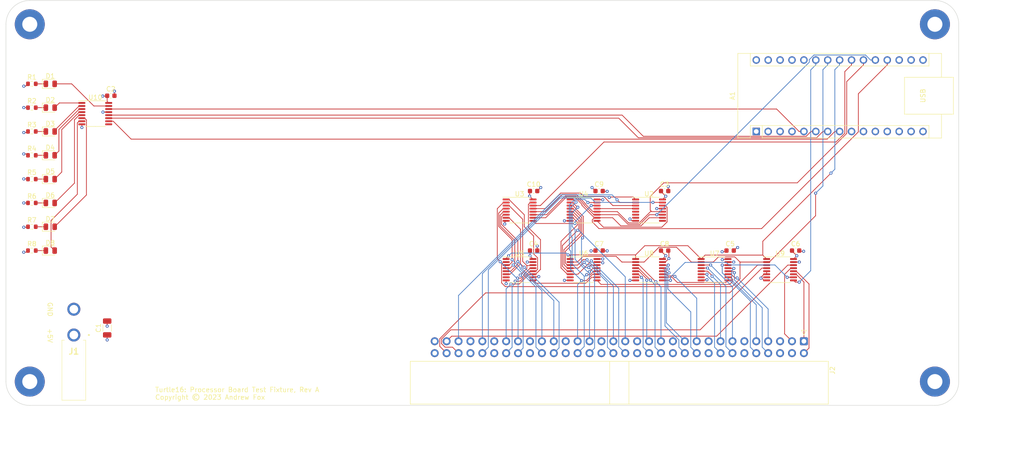
<source format=kicad_pcb>
(kicad_pcb (version 20221018) (generator pcbnew)
  (title_block (title "Turtle16: ProcessorBoardTestFixture") (date "2023-04-07") (rev "A") (comment 4 "ProcessorBoardTestFixture for Turtle16 modules"))
  (layers (0 "F.Cu" signal) (1 "In1.Cu" power) (2 "In2.Cu" power) (31 "B.Cu" signal) (34 "B.Paste" user) (35 "F.Paste" user) (36 "B.SilkS" user "B.Silkscreen") (37 "F.SilkS" user "F.Silkscreen") (38 "B.Mask" user) (39 "F.Mask" user) (44 "Edge.Cuts" user))
  (net 0 "")
  (net 1 "VCC")
  (net 2 "GND")
  (net 8 "/System Memory Bus Output/~{CLR}")
  (net 9 "/System Memory Bus Output/SCK")
  (net 10 "/System Memory Bus Output/RCLK")
  (net 11 "/System Memory Bus Output/SI")
  (net 19 "/LED Output/~{CLR}")
  (net 20 "/LED Output/SCK")
  (net 21 "/LED Output/RCLK")
  (net 22 "/LED Output/SI")
  (net 23 "/System Memory Bus Input/~{PL}")
  (net 24 "/System Memory Bus Input/SCK")
  (net 25 "/System Memory Bus Input/SO")
  (net 28 "Net-(D1-K)")
  (net 29 "Net-(D1-A)")
  (net 30 "Net-(D2-K)")
  (net 31 "Net-(D2-A)")
  (net 32 "Net-(D3-K)")
  (net 33 "Net-(D3-A)")
  (net 34 "Net-(D4-K)")
  (net 35 "Net-(D4-A)")
  (net 36 "Net-(D5-K)")
  (net 37 "Net-(D5-A)")
  (net 38 "Net-(D6-K)")
  (net 39 "Net-(D6-A)")
  (net 40 "Net-(D7-K)")
  (net 41 "Net-(D7-A)")
  (net 42 "Net-(D8-K)")
  (net 43 "Net-(D8-A)")
  (net 44 "/System Bus Connector/Bank0")
  (net 45 "/System Bus Connector/Bank1")
  (net 46 "/System Bus Connector/Bank2")
  (net 48 "/System Bus Connector/Addr0")
  (net 49 "/System Bus Connector/Addr1")
  (net 50 "/System Bus Connector/Addr2")
  (net 51 "/System Bus Connector/Addr3")
  (net 52 "/System Bus Connector/Addr4")
  (net 53 "/System Bus Connector/Addr5")
  (net 54 "/System Bus Connector/Addr6")
  (net 55 "/System Bus Connector/Addr7")
  (net 56 "/System Bus Connector/Addr8")
  (net 57 "/System Bus Connector/Addr9")
  (net 58 "/System Bus Connector/Addr10")
  (net 59 "/System Bus Connector/Addr11")
  (net 60 "/System Bus Connector/Addr12")
  (net 61 "/System Bus Connector/Addr13")
  (net 62 "/System Bus Connector/Addr14")
  (net 63 "/System Bus Connector/Addr15")
  (net 64 "/System Bus Connector/IO14")
  (net 65 "/System Bus Connector/IO15")
  (net 66 "/System Bus Connector/IO12")
  (net 67 "/System Bus Connector/IO13")
  (net 68 "/System Bus Connector/IO10")
  (net 69 "/System Bus Connector/IO11")
  (net 70 "/System Bus Connector/IO8")
  (net 71 "/System Bus Connector/IO9")
  (net 72 "/System Bus Connector/IO6")
  (net 73 "/System Bus Connector/IO7")
  (net 74 "/System Bus Connector/IO4")
  (net 75 "/System Bus Connector/IO5")
  (net 76 "/System Bus Connector/IO2")
  (net 77 "/System Bus Connector/IO3")
  (net 78 "/System Bus Connector/IO0")
  (net 79 "/System Bus Connector/IO1")
  (net 80 "/System Bus Connector/Phi2")
  (net 81 "/System Bus Connector/Phi1")
  (net 82 "/System Bus Connector/~{RST}")
  (net 83 "/System Bus Connector/~{HLT}")
  (net 84 "/System Bus Connector/~{MemStore}")
  (net 85 "/System Bus Connector/~{MemLoad}")
  (net 88 "/System Memory Bus Output/OE1")
  (net 90 "/System Memory Bus Output/OE0")
  (net 93 "Net-(U2-SER)")
  (net 94 "Net-(U3-QH')")
  (net 95 "Net-(U5-Q7)")
  (net 96 "Net-(U6-Q7)")
  (net 98 "Net-(U7-Q7)")
  (net 101 "Net-(U8-Q7)")
  (footprint "LED_SMD:LED_0805_2012Metric" (layer "F.Cu") (at 45.0075 93.98)
    (fp_text reference "D5")
    (fp_text value "Red")
  )
  (footprint "Capacitor_SMD:C_0603_1608Metric" (layer "F.Cu") (at 148.095 96.52)
    (fp_text reference "C10")
    (fp_text value "0.1uF")
  )
  (footprint "LED_SMD:LED_0805_2012Metric" (layer "F.Cu") (at 45.0075 83.82)
    (fp_text reference "D3")
    (fp_text value "Red")
  )
  (footprint "LED_SMD:LED_0805_2012Metric" (layer "F.Cu") (at 45.0075 104.14)
    (fp_text reference "D7")
    (fp_text value "Red")
  )
  (footprint "Resistor_SMD:R_0603_1608Metric" (layer "F.Cu") (at 41.085 73.66 180)
    (fp_text reference "R1")
    (fp_text value "270R")
  )
  (footprint "LED_SMD:LED_0805_2012Metric" (layer "F.Cu") (at 45.0075 78.74)
    (fp_text reference "D2")
    (fp_text value "Red")
  )
  (footprint "MountingHole:MountingHole_3.2mm_M3_Pad" (layer "F.Cu") (at 233.68 60.96 -90)
    (fp_text reference "H1" hide)
    (fp_text value "MountingHole_Pad" hide)
  )
  (footprint "LED_SMD:LED_0805_2012Metric" (layer "F.Cu") (at 45.0075 88.9)
    (fp_text reference "D4")
    (fp_text value "Red")
  )
  (footprint "MountingHole:MountingHole_3.2mm_M3_Pad" (layer "F.Cu") (at 40.64 137.16 -90)
    (fp_text reference "H2" hide)
    (fp_text value "MountingHole_Pad" hide)
  )
  (footprint "Resistor_SMD:R_0603_1608Metric" (layer "F.Cu") (at 41.085 99.06 180)
    (fp_text reference "R6")
    (fp_text value "270R")
  )
  (footprint "Capacitor_SMD:C_0603_1608Metric" (layer "F.Cu") (at 176.035 96.52)
    (fp_text reference "C3")
    (fp_text value "0.1uF")
  )
  (footprint "Capacitor_SMD:C_0603_1608Metric" (layer "F.Cu") (at 190.005 109.22)
    (fp_text reference "C5")
    (fp_text value "0.1uF")
  )
  (footprint "Resistor_SMD:R_0603_1608Metric" (layer "F.Cu") (at 41.085 109.22 180)
    (fp_text reference "R8")
    (fp_text value "270R")
  )
  (footprint "LED_SMD:LED_0805_2012Metric" (layer "F.Cu") (at 45.0075 99.06)
    (fp_text reference "D6")
    (fp_text value "Red")
  )
  (footprint "Package_SO:TSSOP-16_4.4x5mm_P0.65mm" (layer "F.Cu") (at 145.1025 113.295)
    (fp_text reference "U5")
    (fp_text value "74HC165")
  )
  (footprint "Resistor_SMD:R_0603_1608Metric" (layer "F.Cu") (at 41.085 88.9 180)
    (fp_text reference "R4")
    (fp_text value "270R")
  )
  (footprint "Resistor_SMD:R_0603_1608Metric" (layer "F.Cu") (at 41.085 93.98 180)
    (fp_text reference "R5")
    (fp_text value "270R")
  )
  (footprint "Capacitor_SMD:C_0603_1608Metric" (layer "F.Cu") (at 203.975 109.22)
    (fp_text reference "C6")
    (fp_text value "0.1uF")
  )
  (footprint "Capacitor_SMD:C_0603_1608Metric" (layer "F.Cu") (at 162.065 109.22)
    (fp_text reference "C7")
    (fp_text value "0.1uF")
  )
  (footprint "LED_SMD:LED_0805_2012Metric" (layer "F.Cu") (at 45.0075 109.22)
    (fp_text reference "D8")
    (fp_text value "Red")
  )
  (footprint "Capacitor_SMD:C_0603_1608Metric" (layer "F.Cu") (at 176.035 109.22)
    (fp_text reference "C8")
    (fp_text value "0.1uF")
  )
  (footprint "Package_SO:TSSOP-16_4.4x5mm_P0.65mm" (layer "F.Cu") (at 158.75 113.295)
    (fp_text reference "U6")
    (fp_text value "74HC165")
  )
  (footprint "Package_SO:TSSOP-16_4.4x5mm_P0.65mm" (layer "F.Cu") (at 54.61 80.01)
    (fp_text reference "U10")
    (fp_text value "74HC595")
  )
  (footprint "MountingHole:MountingHole_3.2mm_M3_Pad" (layer "F.Cu") (at 233.68 137.16 -90)
    (fp_text reference "H4" hide)
    (fp_text value "MountingHole_Pad" hide)
  )
  (footprint "Package_SO:TSSOP-16_4.4x5mm_P0.65mm" (layer "F.Cu") (at 158.75 100.595)
    (fp_text reference "U4")
    (fp_text value "74HC595")
  )
  (footprint "Capacitor_SMD:C_0603_1608Metric" (layer "F.Cu") (at 57.925 76.2)
    (fp_text reference "C2")
    (fp_text value "0.1uF")
  )
  (footprint "Resistor_SMD:R_0603_1608Metric" (layer "F.Cu") (at 41.085 83.82 180)
    (fp_text reference "R3")
    (fp_text value "270R")
  )
  (footprint "Package_SO:TSSOP-16_4.4x5mm_P0.65mm" (layer "F.Cu") (at 200.66 113.295)
    (fp_text reference "U9")
    (fp_text value "74HC165")
  )
  (footprint "Capacitor_SMD:C_1206_3216Metric" (layer "F.Cu") (at 57.15 125.73 90)
    (fp_text reference "C1")
    (fp_text value "100uF")
  )
  (footprint "Package_SO:TSSOP-16_4.4x5mm_P0.65mm" (layer "F.Cu") (at 172.72 100.595)
    (fp_text reference "U2")
    (fp_text value "74HC595")
  )
  (footprint "Capacitor_SMD:C_0603_1608Metric" (layer "F.Cu") (at 148.095 109.22)
    (fp_text reference "C4")
    (fp_text value "0.1uF")
  )
  (footprint "Resistor_SMD:R_0603_1608Metric" (layer "F.Cu") (at 41.085 78.74 180)
    (fp_text reference "R2")
    (fp_text value "270R")
  )
  (footprint "Capacitor_SMD:C_0603_1608Metric" (layer "F.Cu") (at 162.065 96.52)
    (fp_text reference "C9")
    (fp_text value "0.1uF")
  )
  (footprint "Resistor_SMD:R_0603_1608Metric" (layer "F.Cu") (at 41.085 104.14 180)
    (fp_text reference "R7")
    (fp_text value "270R")
  )
  (footprint "Package_SO:TSSOP-16_4.4x5mm_P0.65mm" (layer "F.Cu") (at 172.72 113.295)
    (fp_text reference "U8")
    (fp_text value "74HC165")
  )
  (footprint "Module:Arduino_Nano" (layer "F.Cu") (at 195.58 83.82 90)
    (fp_text reference "A1")
    (fp_text value "Arduino_Nano_Every")
  )
  (footprint "MountingHole:MountingHole_3.2mm_M3_Pad" (layer "F.Cu") (at 40.64 60.96 -90)
    (fp_text reference "H3" hide)
    (fp_text value "MountingHole_Pad" hide)
  )
  (footprint "Package_SO:TSSOP-16_4.4x5mm_P0.65mm" (layer "F.Cu") (at 186.69 113.295)
    (fp_text reference "U7")
    (fp_text value "74HC165")
  )
  (footprint "Connector_Molex:172448-0002" (layer "F.Cu") (at 50.038 127.2286)
    (fp_text reference "J1")
    (fp_text value "Power In" hide)
  )
  (footprint "LED_SMD:LED_0805_2012Metric" (layer "F.Cu") (at 45.0075 73.66)
    (fp_text reference "D1")
    (fp_text value "Red")
  )
  (footprint "Package_SO:TSSOP-16_4.4x5mm_P0.65mm" (layer "F.Cu") (at 145.1025 100.595)
    (fp_text reference "U3")
    (fp_text value "74HC595")
  )
  (footprint "Connector_IDC:IDC-Header_2x32_P2.54mm_Horizontal" (layer "F.Cu") (at 205.74 128.559 -90)
    (fp_text reference "J2")
    (fp_text value "71922-164LF")
  )
  (gr_line locked (start 238.76 60.96) (end 238.76 137.16) (stroke (width 0.1)) (layer "Edge.Cuts"))
  (gr_arc locked (start 233.68 55.88) (mid 237.272102 57.367898) (end 238.76 60.96) (stroke (width 0.1)) (layer "Edge.Cuts"))
  (gr_arc locked (start 35.56 60.96) (mid 37.047898 57.367898) (end 40.64 55.88) (stroke (width 0.1)) (layer "Edge.Cuts"))
  (gr_line locked (start 40.64 55.88) (end 233.68 55.88) (stroke (width 0.1)) (layer "Edge.Cuts"))
  (gr_arc locked (start 238.76 137.16) (mid 237.272102 140.752102) (end 233.68 142.24) (stroke (width 0.1)) (layer "Edge.Cuts"))
  (gr_line locked (start 35.56 137.16) (end 35.56 60.96) (stroke (width 0.1)) (layer "Edge.Cuts"))
  (gr_arc locked (start 40.64 142.24) (mid 37.047898 140.752102) (end 35.56 137.16) (stroke (width 0.1)) (layer "Edge.Cuts"))
  (gr_line locked (start 233.68 142.24) (end 40.64 142.24) (stroke (width 0.1)) (layer "Edge.Cuts"))
  (gr_text locked "GND" (at 44.958 120.142 -90) (layer "F.SilkS") (effects (font (size 1 1)) (justify left)))
  (gr_text locked "+5V" (at 44.958 125.73 -90) (layer "F.SilkS") (effects (font (size 1 1)) (justify left)))
  (gr_text "Turtle16: Processor Board Test Fixture, Rev A\nCopyright © 2023 Andrew Fox" (at 67.31 139.7) (layer "F.SilkS") (effects (font (size 1 1)) (justify left)))
  (segment (start 160.5547 95.7847) (end 161.29 96.52) (width 0.1524) (layer "F.Cu") (net 1))
  (segment (start 147.2489 97.6039) (end 147.2489 96.5911) (width 0.1524) (layer "F.Cu") (net 1))
  (segment (start 175.26 96.6205) (end 175.26 96.52) (width 0.1524) (layer "F.Cu") (net 1))
  (segment (start 204.2166 110.3259) (end 203.2 109.3093) (width 0.1524) (layer "F.Cu") (net 1))
  (segment (start 188.301 109.4684) (end 188.9816 109.4684) (width 0.1524) (layer "F.Cu") (net 1))
  (segment (start 162.8298 111.013) (end 161.6195 111.013) (width 0.1524) (layer "F.Cu") (net 1))
  (segment (start 160.3528 109.2837) (end 161.2263 109.2837) (width 0.1524) (layer "F.Cu") (net 1))
  (segment (start 203.5225 111.02) (end 204.2166 110.3259) (width 0.1524) (layer "F.Cu") (net 1))
  (segment (start 57.15 127.205) (end 57.15 128.2744) (width 0.1524) (layer "F.Cu") (net 1))
  (segment (start 147.965 111.02) (end 147.3284 110.3834) (width 0.1524) (layer "F.Cu") (net 1))
  (segment (start 147.965 98.32) (end 147.2489 97.6039) (width 0.1524) (layer "F.Cu") (net 1))
  (segment (start 175.5825 98.32) (end 176.271 97.6315) (width 0.1524) (layer "F.Cu") (net 1))
  (segment (start 176.2797 110.3228) (end 175.26 109.3031) (width 0.1524) (layer "F.Cu") (net 1))
  (segment (start 147.3284 110.3834) (end 147.3284 110.3307) (width 0.1524) (layer "F.Cu") (net 1))
  (segment (start 161.6709 98.3784) (end 161.6125 98.32) (width 0.1524) (layer "F.Cu") (net 1))
  (segment (start 188.3367 111.1504) (end 189.4221 111.1504) (width 0.1524) (layer "F.Cu") (net 1))
  (segment (start 161.2263 109.2837) (end 161.29 109.22) (width 0.1524) (layer "F.Cu") (net 1))
  (segment (start 189.4221 111.1504) (end 189.5525 111.02) (width 0.1524) (layer "F.Cu") (net 1))
  (segment (start 57.15 77.4125) (end 57.4725 77.735) (width 0.1524) (layer "F.Cu") (net 1))
  (segment (start 162.8322 98.3784) (end 161.6709 98.3784) (width 0.1524) (layer "F.Cu") (net 1))
  (segment (start 161.6195 111.013) (end 161.6125 111.02) (width 0.1524) (layer "F.Cu") (net 1))
  (segment (start 147.32 110.3223) (end 147.32 109.22) (width 0.1524) (layer "F.Cu") (net 1))
  (segment (start 56.1981 76.2743) (end 57.15 76.2743) (width 0.1524) (layer "F.Cu") (net 1))
  (segment (start 188.9816 109.4684) (end 189.23 109.22) (width 0.1524) (layer "F.Cu") (net 1))
  (segment (start 57.15 76.2743) (end 57.15 77.4125) (width 0.1524) (layer "F.Cu") (net 1))
  (segment (start 57.15 76.2) (end 57.15 76.2743) (width 0.1524) (layer "F.Cu") (net 1))
  (segment (start 147.3284 110.3307) (end 147.32 110.3223) (width 0.1524) (layer "F.Cu") (net 1))
  (segment (start 176.271 97.6315) (end 175.26 96.6205) (width 0.1524) (layer "F.Cu") (net 1))
  (segment (start 203.2 109.3093) (end 203.2 109.22) (width 0.1524) (layer "F.Cu") (net 1))
  (segment (start 175.5825 111.02) (end 176.2797 110.3228) (width 0.1524) (layer "F.Cu") (net 1))
  (segment (start 147.2489 96.5911) (end 147.32 96.52) (width 0.1524) (layer "F.Cu") (net 1))
  (segment (start 175.26 109.3031) (end 175.26 109.22) (width 0.1524) (layer "F.Cu") (net 1))
  (via (at 160.3528 109.2837) (size 0.65) (drill 0.3) (layers "F.Cu" "B.Cu") (net 1))
  (via (at 147.3284 110.3307) (size 0.65) (drill 0.3) (layers "F.Cu" "B.Cu") (net 1))
  (via (at 57.15 128.2744) (size 0.65) (drill 0.3) (layers "F.Cu" "B.Cu") (net 1))
  (via (at 176.271 97.6315) (size 0.65) (drill 0.3) (layers "F.Cu" "B.Cu") (net 1))
  (via (at 147.2489 97.6039) (size 0.65) (drill 0.3) (layers "F.Cu" "B.Cu") (net 1))
  (via (at 162.8298 111.013) (size 0.65) (drill 0.3) (layers "F.Cu" "B.Cu") (net 1))
  (via (at 160.5547 95.7847) (size 0.65) (drill 0.3) (layers "F.Cu" "B.Cu") (net 1))
  (via (at 204.2166 110.3259) (size 0.65) (drill 0.3) (layers "F.Cu" "B.Cu") (net 1))
  (via (at 188.3367 111.1504) (size 0.65) (drill 0.3) (layers "F.Cu" "B.Cu") (net 1))
  (via (at 56.1981 76.2743) (size 0.65) (drill 0.3) (layers "F.Cu" "B.Cu") (net 1))
  (via (at 188.301 109.4684) (size 0.65) (drill 0.3) (layers "F.Cu" "B.Cu") (net 1))
  (via (at 162.8322 98.3784) (size 0.65) (drill 0.3) (layers "F.Cu" "B.Cu") (net 1))
  (via (at 176.2797 110.3228) (size 0.65) (drill 0.3) (layers "F.Cu" "B.Cu") (net 1))
  (segment (start 40.1581 104.2419) (end 40.26 104.14) (width 0.1524) (layer "F.Cu") (net 2))
  (segment (start 176.1851 111.67) (end 176.935 110.9201) (width 0.1524) (layer "F.Cu") (net 2))
  (segment (start 176.935 110.9201) (end 176.935 109.345) (width 0.1524) (layer "F.Cu") (net 2))
  (segment (start 162.9111 96.5911) (end 162.84 96.52) (width 0.1524) (layer "F.Cu") (net 2))
  (segment (start 57.15 125.3376) (end 57.15 124.255) (width 0.1524) (layer "F.Cu") (net 2))
  (segment (start 141.9345 103.1755) (end 141.9345 103.5503) (width 0.1524) (layer "F.Cu") (net 2))
  (segment (start 40.2379 78.7179) (end 40.26 78.74) (width 0.1524) (layer "F.Cu") (net 2))
  (segment (start 148.87 96.52) (end 149.6072 95.7828) (width 0.1524) (layer "F.Cu") (net 2))
  (segment (start 39.7621 74.1579) (end 40.26 73.66) (width 0.1524) (layer "F.Cu") (net 2))
  (segment (start 183.9524 115.4451) (end 183.8275 115.57) (width 0.1524) (layer "F.Cu") (net 2))
  (segment (start 204.9025 109.3725) (end 204.75 109.22) (width 0.1524) (layer "F.Cu") (net 2))
  (segment (start 39.3568 104.2419) (end 40.1581 104.2419) (width 0.1524) (layer "F.Cu") (net 2))
  (segment (start 175.5825 111.67) (end 176.1851 111.67) (width 0.1524) (layer "F.Cu") (net 2))
  (segment (start 163.7856 96.5911) (end 162.9111 96.5911) (width 0.1524) (layer "F.Cu") (net 2))
  (segment (start 169.0162 102.87) (end 168.6344 102.4882) (width 0.1524) (layer "F.Cu") (net 2))
  (segment (start 176.81 95.5606) (end 176.81 96.52) (width 0.1524) (layer "F.Cu") (net 2))
  (segment (start 197.7975 114.27) (end 197.2251 114.27) (width 0.1524) (layer "F.Cu") (net 2))
  (segment (start 39.3533 109.5709) (end 39.9091 109.5709) (width 0.1524) (layer "F.Cu") (net 2))
  (segment (start 40.0331 84.0469) (end 40.26 83.82) (width 0.1524) (layer "F.Cu") (net 2))
  (segment (start 154.6684 102.87) (end 155.8875 102.87) (width 0.1524) (layer "F.Cu") (net 2))
  (segment (start 51.7475 82.9754) (end 51.7475 82.285) (width 0.1524) (layer "F.Cu") (net 2))
  (segment (start 149.1837 114.783) (end 148.102 114.783) (width 0.1524) (layer "F.Cu") (net 2))
  (segment (start 162.6866 111.67) (end 162.8332 111.8166) (width 0.1524) (layer "F.Cu") (net 2))
  (segment (start 196.7821 115.1078) (end 197.2443 115.57) (width 0.1524) (layer "F.Cu") (net 2))
  (segment (start 161.6125 111.67) (end 162.6866 111.67) (width 0.1524) (layer "F.Cu") (net 2))
  (segment (start 58.7 75.236) (end 58.7 76.2) (width 0.1524) (layer "F.Cu") (net 2))
  (segment (start 40.2159 93.9359) (end 40.26 93.98) (width 0.1524) (layer "F.Cu") (net 2))
  (segment (start 39.9091 109.5709) (end 40.26 109.22) (width 0.1524) (layer "F.Cu") (net 2))
  (segment (start 39.3654 74.1579) (end 39.7621 74.1579) (width 0.1524) (layer "F.Cu") (net 2))
  (segment (start 205.6785 109.3725) (end 204.9025 109.3725) (width 0.1524) (layer "F.Cu") (net 2))
  (segment (start 148.87 109.22) (end 148.87 108.2437) (width 0.1524) (layer "F.Cu") (net 2))
  (segment (start 197.2443 115.57) (end 197.7975 115.57) (width 0.1524) (layer "F.Cu") (net 2))
  (segment (start 39.3688 84.0469) (end 40.0331 84.0469) (width 0.1524) (layer "F.Cu") (net 2))
  (segment (start 169.8575 102.87) (end 169.0162 102.87) (width 0.1524) (layer "F.Cu") (net 2))
  (segment (start 39.3622 93.9359) (end 40.2159 93.9359) (width 0.1524) (layer "F.Cu") (net 2))
  (segment (start 197.7975 113.62) (end 197.7975 114.27) (width 0.1524) (layer "F.Cu") (net 2))
  (segment (start 163.7844 109.2837) (end 162.9037 109.2837) (width 0.1524) (layer "F.Cu") (net 2))
  (segment (start 191.4328 108.5672) (end 190.78 109.22) (width 0.1524) (layer "F.Cu") (net 2))
  (segment (start 196.7821 114.713) (end 196.7821 115.1078) (width 0.1524) (layer "F.Cu") (net 2))
  (segment (start 185.047 115.4451) (end 183.9524 115.4451) (width 0.1524) (layer "F.Cu") (net 2))
  (segment (start 142.24 116.2618) (end 142.24 115.57) (width 0.1524) (layer "F.Cu") (net 2))
  (segment (start 176.935 109.345) (end 176.81 109.22) (width 0.1524) (layer "F.Cu") (net 2))
  (segment (start 39.3663 99.06) (end 40.26 99.06) (width 0.1524) (layer "F.Cu") (net 2))
  (segment (start 148.102 114.783) (end 147.965 114.92) (width 0.1524) (layer "F.Cu") (net 2))
  (segment (start 162.9037 109.2837) (end 162.84 109.22) (width 0.1524) (layer "F.Cu") (net 2))
  (segment (start 189.5525 111.67) (end 190.7699 111.67) (width 0.1524) (layer "F.Cu") (net 2))
  (segment (start 204.7518 111.67) (end 203.5225 111.67) (width 0.1524) (layer "F.Cu") (net 2))
  (segment (start 197.2251 114.27) (end 196.7821 114.713) (width 0.1524) (layer "F.Cu") (net 2))
  (segment (start 196.5707 115.1078) (end 196.7821 115.1078) (width 0.1524) (layer "F.Cu") (net 2))
  (segment (start 147.965 111.67) (end 146.7477 111.67) (width 0.1524) (layer "F.Cu") (net 2))
  (segment (start 191.5991 108.5672) (end 191.4328 108.5672) (width 0.1524) (layer "F.Cu") (net 2))
  (segment (start 174.3635 100.27) (end 175.5825 100.27) (width 0.1524) (layer "F.Cu") (net 2))
  (segment (start 39.3605 88.6069) (end 39.9669 88.6069) (width 0.1524) (layer "F.Cu") (net 2))
  (segment (start 154.6703 115.57) (end 155.8875 115.57) (width 0.1524) (layer "F.Cu") (net 2))
  (segment (start 169.8575 115.57) (end 168.6334 115.57) (width 0.1524) (layer "F.Cu") (net 2))
  (segment (start 39.9669 88.6069) (end 40.26 88.9) (width 0.1524) (layer "F.Cu") (net 2))
  (segment (start 142.24 102.87) (end 141.9345 103.1755) (width 0.1524) (layer "F.Cu") (net 2))
  (segment (start 39.3643 78.7179) (end 40.2379 78.7179) (width 0.1524) (layer "F.Cu") (net 2))
  (segment (start 57.4725 79.685) (end 56.2472 79.685) (width 0.1524) (layer "F.Cu") (net 2))
  (via (at 148.87 108.2437) (size 0.65) (drill 0.3) (layers "F.Cu" "B.Cu") (net 2))
  (via (at 154.6684 102.87) (size 0.65) (drill 0.3) (layers "F.Cu" "B.Cu") (net 2))
  (via (at 168.6344 102.4882) (size 0.65) (drill 0.3) (layers "F.Cu" "B.Cu") (net 2))
  (via (at 205.6785 109.3725) (size 0.65) (drill 0.3) (layers "F.Cu" "B.Cu") (net 2))
  (via (at 204.7518 111.67) (size 0.65) (drill 0.3) (layers "F.Cu" "B.Cu") (net 2))
  (via (at 185.047 115.4451) (size 0.65) (drill 0.3) (layers "F.Cu" "B.Cu") (net 2))
  (via (at 58.7 75.236) (size 0.65) (drill 0.3) (layers "F.Cu" "B.Cu") (net 2))
  (via (at 176.81 95.5606) (size 0.65) (drill 0.3) (layers "F.Cu" "B.Cu") (net 2))
  (via (at 57.15 125.3376) (size 0.65) (drill 0.3) (layers "F.Cu" "B.Cu") (net 2))
  (via (at 163.7844 109.2837) (size 0.65) (drill 0.3) (layers "F.Cu" "B.Cu") (net 2))
  (via (at 39.3533 109.5709) (size 0.65) (drill 0.3) (layers "F.Cu" "B.Cu") (net 2))
  (via (at 149.1837 114.783) (size 0.65) (drill 0.3) (layers "F.Cu" "B.Cu") (net 2))
  (via (at 191.5991 108.5672) (size 0.65) (drill 0.3) (layers "F.Cu" "B.Cu") (net 2))
  (via (at 146.7477 111.67) (size 0.65) (drill 0.3) (layers "F.Cu" "B.Cu") (net 2))
  (via (at 163.7856 96.5911) (size 0.65) (drill 0.3) (layers "F.Cu" "B.Cu") (net 2))
  (via (at 39.3654 74.1579) (size 0.65) (drill 0.3) (layers "F.Cu" "B.Cu") (net 2))
  (via (at 51.7475 82.9754) (size 0.65) (drill 0.3) (layers "F.Cu" "B.Cu") (net 2))
  (via (at 39.3663 99.06) (size 0.65) (drill 0.3) (layers "F.Cu" "B.Cu") (net 2))
  (via (at 39.3688 84.0469) (size 0.65) (drill 0.3) (layers "F.Cu" "B.Cu") (net 2))
  (via (at 196.5707 115.1078) (size 0.65) (drill 0.3) (layers "F.Cu" "B.Cu") (net 2))
  (via (at 162.8332 111.8166) (size 0.65) (drill 0.3) (layers "F.Cu" "B.Cu") (net 2))
  (via (at 154.6703 115.57) (size 0.65) (drill 0.3) (layers "F.Cu" "B.Cu") (net 2))
  (via (at 190.7699 111.67) (size 0.65) (drill 0.3) (layers "F.Cu" "B.Cu") (net 2))
  (via (at 176.935 110.9201) (size 0.65) (drill 0.3) (layers "F.Cu" "B.Cu") (net 2))
  (via (at 141.9345 103.5503) (size 0.65) (drill 0.3) (layers "F.Cu" "B.Cu") (net 2))
  (via (at 39.3605 88.6069) (size 0.65) (drill 0.3) (layers "F.Cu" "B.Cu") (net 2))
  (via (at 149.6072 95.7828) (size 0.65) (drill 0.3) (layers "F.Cu" "B.Cu") (net 2))
  (via (at 174.3635 100.27) (size 0.65) (drill 0.3) (layers "F.Cu" "B.Cu") (net 2))
  (via (at 56.2472 79.685) (size 0.65) (drill 0.3) (layers "F.Cu" "B.Cu") (net 2))
  (via (at 39.3568 104.2419) (size 0.65) (drill 0.3) (layers "F.Cu" "B.Cu") (net 2))
  (via (at 39.3622 93.9359) (size 0.65) (drill 0.3) (layers "F.Cu" "B.Cu") (net 2))
  (via (at 168.6334 115.57) (size 0.65) (drill 0.3) (layers "F.Cu" "B.Cu") (net 2))
  (via (at 39.3643 78.7179) (size 0.65) (drill 0.3) (layers "F.Cu" "B.Cu") (net 2))
  (via (at 142.24 116.2618) (size 0.65) (drill 0.3) (layers "F.Cu" "B.Cu") (net 2))
  (segment (start 161.0484 102.22) (end 160.6093 102.6591) (width 0.1524) (layer "F.Cu") (net 8))
  (segment (start 160.6093 102.6591) (end 160.6093 103.1101) (width 0.1524) (layer "F.Cu") (net 8))
  (segment (start 161.6125 102.22) (end 164.9507 102.22) (width 0.1524) (layer "F.Cu") (net 8))
  (segment (start 217.3476 83.9064) (end 217.3476 75.7811) (width 0.1524) (layer "F.Cu") (net 8))
  (segment (start 162.0425 104.5433) (end 196.7107 104.5433) (width 0.1524) (layer "F.Cu") (net 8))
  (segment (start 158.406 99.3611) (end 156.9357 97.8908) (width 0.1524) (layer "F.Cu") (net 8))
  (segment (start 158.406 99.5776) (end 158.406 99.3611) (width 0.1524) (layer "F.Cu") (net 8))
  (segment (start 171.0176 103.9335) (end 172.7311 102.22) (width 0.1524) (layer "F.Cu") (net 8))
  (segment (start 156.9357 97.8908) (end 154.9944 97.8908) (width 0.1524) (layer "F.Cu") (net 8))
  (segment (start 154.9944 97.8908) (end 150.6652 102.22) (width 0.1524) (layer "F.Cu") (net 8))
  (segment (start 172.7311 102.22) (end 175.5825 102.22) (width 0.1524) (layer "F.Cu") (net 8))
  (segment (start 217.3476 75.7811) (end 223.52 69.6087) (width 0.1524) (layer "F.Cu") (net 8))
  (segment (start 150.6652 102.22) (end 147.965 102.22) (width 0.1524) (layer "F.Cu") (net 8))
  (segment (start 223.52 68.58) (end 223.52 69.6087) (width 0.1524) (layer "F.Cu") (net 8))
  (segment (start 164.9507 102.22) (end 166.6642 103.9335) (width 0.1524) (layer "F.Cu") (net 8))
  (segment (start 196.7107 104.5433) (end 217.3476 83.9064) (width 0.1524) (layer "F.Cu") (net 8))
  (segment (start 160.6093 103.1101) (end 162.0425 104.5433) (width 0.1524) (layer "F.Cu") (net 8))
  (segment (start 166.6642 103.9335) (end 171.0176 103.9335) (width 0.1524) (layer "F.Cu") (net 8))
  (segment (start 161.0484 102.22) (end 161.6125 102.22) (width 0.1524) (layer "F.Cu") (net 8))
  (segment (start 161.0484 102.22) (end 158.406 99.5776) (width 0.1524) (layer "F.Cu") (net 8))
  (segment (start 168.2282 103.6286) (end 166.1696 101.57) (width 0.1524) (layer "F.Cu") (net 9))
  (segment (start 158.814 99.4665) (end 158.814 99.3211) (width 0.1524) (layer "F.Cu") (net 9))
  (segment (start 160.9175 101.57) (end 158.814 99.4665) (width 0.1524) (layer "F.Cu") (net 9))
  (segment (start 170.7386 103.6286) (end 168.2282 103.6286) (width 0.1524) (layer "F.Cu") (net 9))
  (segment (start 157.0729 97.58) (end 154.873 97.58) (width 0.1524) (layer "F.Cu") (net 9))
  (segment (start 166.1696 101.57) (end 161.6125 101.57) (width 0.1524) (layer "F.Cu") (net 9))
  (segment (start 161.6125 101.57) (end 160.9175 101.57) (width 0.1524) (layer "F.Cu") (net 9))
  (segment (start 158.814 99.3211) (end 157.0729 97.58) (width 0.1524) (layer "F.Cu") (net 9))
  (segment (start 154.873 97.58) (end 150.883 101.57) (width 0.1524) (layer "F.Cu") (net 9))
  (segment (start 172.7972 101.57) (end 170.7386 103.6286) (width 0.1524) (layer "F.Cu") (net 9))
  (segment (start 150.883 101.57) (end 147.965 101.57) (width 0.1524) (layer "F.Cu") (net 9))
  (segment (start 174.3657 101.57) (end 172.7972 101.57) (width 0.1524) (layer "F.Cu") (net 9))
  (segment (start 174.3657 101.57) (end 175.5825 101.57) (width 0.1524) (layer "F.Cu") (net 9))
  (via (at 174.3657 101.57) (size 0.65) (drill 0.3) (layers "F.Cu" "B.Cu") (net 9))
  (segment (start 206.8871 69.0486) (end 174.3657 101.57) (width 0.1524) (layer "B.Cu") (net 9))
  (segment (start 207.8797 67.5159) (end 206.8871 68.5085) (width 0.1524) (layer "B.Cu") (net 9))
  (segment (start 220.98 68.58) (end 219.9513 68.58) (width 0.1524) (layer "B.Cu") (net 9))
  (segment (start 206.8871 68.5085) (end 206.8871 69.0486) (width 0.1524) (layer "B.Cu") (net 9))
  (segment (start 219.9513 68.58) (end 218.8872 67.5159) (width 0.1524) (layer "B.Cu") (net 9))
  (segment (start 218.8872 67.5159) (end 207.8797 67.5159) (width 0.1524) (layer "B.Cu") (net 9))
  (segment (start 159.119 99.2945) (end 160.7445 100.92) (width 0.1524) (layer "F.Cu") (net 10))
  (segment (start 170.6095 103.3215) (end 168.3525 103.3215) (width 0.1524) (layer "F.Cu") (net 10))
  (segment (start 204.332 94.7687) (end 214.8712 84.2295) (width 0.1524) (layer "F.Cu") (net 10))
  (segment (start 168.3525 103.3215) (end 165.951 100.92) (width 0.1524) (layer "F.Cu") (net 10))
  (segment (start 214.8712 84.2295) (end 214.8712 73.1775) (width 0.1524) (layer "F.Cu") (net 10))
  (segment (start 214.8712 73.1775) (end 218.44 69.6087) (width 0.1524) (layer "F.Cu") (net 10))
  (segment (start 150.5471 100.92) (end 154.1921 97.275) (width 0.1524) (layer "F.Cu") (net 10))
  (segment (start 172.9689 100.6233) (end 172.9689 97.651) (width 0.1524) (layer "F.Cu") (net 10))
  (segment (start 160.7445 100.92) (end 161.6125 100.92) (width 0.1524) (layer "F.Cu") (net 10))
  (segment (start 173.1383 100.7927) (end 170.6095 103.3215) (width 0.1524) (layer "F.Cu") (net 10))
  (segment (start 173.2656 100.92) (end 175.5825 100.92) (width 0.1524) (layer "F.Cu") (net 10))
  (segment (start 172.9689 97.651) (end 175.8512 94.7687) (width 0.1524) (layer "F.Cu") (net 10))
  (segment (start 157.1992 97.275) (end 159.119 99.1948) (width 0.1524) (layer "F.Cu") (net 10))
  (segment (start 173.1383 100.7927) (end 172.9689 100.6233) (width 0.1524) (layer "F.Cu") (net 10))
  (segment (start 165.951 100.92) (end 161.6125 100.92) (width 0.1524) (layer "F.Cu") (net 10))
  (segment (start 147.965 100.92) (end 150.5471 100.92) (width 0.1524) (layer "F.Cu") (net 10))
  (segment (start 159.119 99.1948) (end 159.119 99.2945) (width 0.1524) (layer "F.Cu") (net 10))
  (segment (start 218.44 68.58) (end 218.44 69.6087) (width 0.1524) (layer "F.Cu") (net 10))
  (segment (start 173.1383 100.7927) (end 173.2656 100.92) (width 0.1524) (layer "F.Cu") (net 10))
  (segment (start 175.8512 94.7687) (end 204.332 94.7687) (width 0.1524) (layer "F.Cu") (net 10))
  (segment (start 154.1921 97.275) (end 157.1992 97.275) (width 0.1524) (layer "F.Cu") (net 10))
  (segment (start 149.5437 99.62) (end 163.0947 86.069) (width 0.1524) (layer "F.Cu") (net 11))
  (segment (start 147.965 99.62) (end 149.5437 99.62) (width 0.1524) (layer "F.Cu") (net 11))
  (segment (start 163.0947 86.069) (end 212.576 86.069) (width 0.1524) (layer "F.Cu") (net 11))
  (segment (start 215.9 68.58) (end 215.9 69.6087) (width 0.1524) (layer "F.Cu") (net 11))
  (segment (start 212.576 86.069) (end 214.4586 84.1864) (width 0.1524) (layer "F.Cu") (net 11))
  (segment (start 214.4586 71.0501) (end 215.9 69.6087) (width 0.1524) (layer "F.Cu") (net 11))
  (segment (start 214.4586 84.1864) (end 214.4586 71.0501) (width 0.1524) (layer "F.Cu") (net 11))
  (segment (start 210.691 85.4603) (end 212.3313 83.82) (width 0.1524) (layer "F.Cu") (net 19))
  (segment (start 213.36 83.82) (end 212.3313 83.82) (width 0.1524) (layer "F.Cu") (net 19))
  (segment (start 62.2645 85.4603) (end 210.691 85.4603) (width 0.1524) (layer "F.Cu") (net 19))
  (segment (start 57.4725 81.635) (end 58.4392 81.635) (width 0.1524) (layer "F.Cu") (net 19))
  (segment (start 58.4392 81.635) (end 62.2645 85.4603) (width 0.1524) (layer "F.Cu") (net 19))
  (segment (start 208.457 85.1543) (end 209.7913 83.82) (width 0.1524) (layer "F.Cu") (net 20))
  (segment (start 170.4208 85.1543) (end 208.457 85.1543) (width 0.1524) (layer "F.Cu") (net 20))
  (segment (start 210.82 83.82) (end 209.7913 83.82) (width 0.1524) (layer "F.Cu") (net 20))
  (segment (start 57.4725 80.985) (end 166.2515 80.985) (width 0.1524) (layer "F.Cu") (net 20))
  (segment (start 166.2515 80.985) (end 170.4208 85.1543) (width 0.1524) (layer "F.Cu") (net 20))
  (segment (start 166.9732 80.335) (end 57.4725 80.335) (width 0.1524) (layer "F.Cu") (net 21))
  (segment (start 208.28 83.82) (end 207.2513 83.82) (width 0.1524) (layer "F.Cu") (net 21))
  (segment (start 171.4875 84.8493) (end 166.9732 80.335) (width 0.1524) (layer "F.Cu") (net 21))
  (segment (start 206.222 84.8493) (end 171.4875 84.8493) (width 0.1524) (layer "F.Cu") (net 21))
  (segment (start 207.2513 83.82) (end 206.222 84.8493) (width 0.1524) (layer "F.Cu") (net 21))
  (segment (start 204.7113 83.82) (end 199.9263 79.035) (width 0.1524) (layer "F.Cu") (net 22))
  (segment (start 199.9263 79.035) (end 57.4725 79.035) (width 0.1524) (layer "F.Cu") (net 22))
  (segment (start 205.74 83.82) (end 204.7113 83.82) (width 0.1524) (layer "F.Cu") (net 22))
  (segment (start 183.8275 111.02) (end 180.9867 108.1792) (width 0.1524) (layer "F.Cu") (net 23))
  (segment (start 169.8575 110.1329) (end 155.8875 110.1329) (width 0.1524) (layer "F.Cu") (net 23))
  (segment (start 169.8575 110.1329) (end 169.8575 111.02) (width 0.1524) (layer "F.Cu") (net 23))
  (segment (start 196.9693 107.2405) (end 196.9693 110.1918) (width 0.1524) (layer "F.Cu") (net 23))
  (segment (start 184.6557 110.1918) (end 183.8275 111.02) (width 0.1524) (layer "F.Cu") (net 23))
  (segment (start 142.24 110.8604) (end 142.7584 110.342) (width 0.1524) (layer "F.Cu") (net 23))
  (segment (start 155.8875 110.1329) (end 155.8875 111.02) (width 0.1524) (layer "F.Cu") (net 23))
  (segment (start 196.9693 110.1918) (end 184.6557 110.1918) (width 0.1524) (layer "F.Cu") (net 23))
  (segment (start 171.8112 108.1792) (end 169.8575 110.1329) (width 0.1524) (layer "F.Cu") (net 23))
  (segment (start 142.24 111.02) (end 142.24 110.8604) (width 0.1524) (layer "F.Cu") (net 23))
  (segment (start 211.5065 92.7033) (end 196.9693 107.2405) (width 0.1524) (layer "F.Cu") (net 23))
  (segment (start 155.8875 110.1329) (end 155.4476 110.1329) (width 0.1524) (layer "F.Cu") (net 23))
  (segment (start 180.9867 108.1792) (end 171.8112 108.1792) (width 0.1524) (layer "F.Cu") (net 23))
  (segment (start 196.9693 110.1918) (end 197.7975 111.02) (width 0.1524) (layer "F.Cu") (net 23))
  (via (at 142.7584 110.342) (size 0.65) (drill 0.3) (layers "F.Cu" "B.Cu") (net 23))
  (via (at 155.4476 110.1329) (size 0.65) (drill 0.3) (layers "F.Cu" "B.Cu") (net 23))
  (via (at 211.5065 92.7033) (size 0.65) (drill 0.3) (layers "F.Cu" "B.Cu") (net 23))
  (segment (start 212.3313 70.6374) (end 212.3313 91.8785) (width 0.1524) (layer "B.Cu") (net 23))
  (segment (start 143.3421 109.7583) (end 155.073 109.7583) (width 0.1524) (layer "B.Cu") (net 23))
  (segment (start 213.36 68.58) (end 213.36 69.6087) (width 0.1524) (layer "B.Cu") (net 23))
  (segment (start 212.3313 91.8785) (end 211.5065 92.7033) (width 0.1524) (layer "B.Cu") (net 23))
  (segment (start 142.7584 110.342) (end 143.3421 109.7583) (width 0.1524) (layer "B.Cu") (net 23))
  (segment (start 155.073 109.7583) (end 155.4476 110.1329) (width 0.1524) (layer "B.Cu") (net 23))
  (segment (start 213.36 69.6087) (end 212.3313 70.6374) (width 0.1524) (layer "B.Cu") (net 23))
  (segment (start 157.4384 111.67) (end 158.6623 110.4461) (width 0.1524) (layer "F.Cu") (net 24))
  (segment (start 165.6971 110.4461) (end 166.921 111.67) (width 0.1524) (layer "F.Cu") (net 24))
  (segment (start 174.8227 108.5153) (end 171.668 111.67) (width 0.1524) (layer "F.Cu") (net 24))
  (segment (start 208.2403 96.9876) (end 208.2403 101.7803) (width 0.1524) (layer "F.Cu") (net 24))
  (segment (start 191.0004 110.5563) (end 187.5254 110.5563) (width 0.1524) (layer "F.Cu") (net 24))
  (segment (start 178.5776 108.5153) (end 174.8227 108.5153) (width 0.1524) (layer "F.Cu") (net 24))
  (segment (start 190.4365 116.9114) (end 192.1141 115.2338) (width 0.1524) (layer "F.Cu") (net 24))
  (segment (start 192.1141 115.2338) (end 192.1141 111.67) (width 0.1524) (layer "F.Cu") (net 24))
  (segment (start 192.1141 111.67) (end 191.0004 110.5563) (width 0.1524) (layer "F.Cu") (net 24))
  (segment (start 198.3506 111.67) (end 197.7975 111.67) (width 0.1524) (layer "F.Cu") (net 24))
  (segment (start 141.6815 111.67) (end 141.2713 112.0802) (width 0.1524) (layer "F.Cu") (net 24))
  (segment (start 171.668 111.67) (end 169.8575 111.67) (width 0.1524) (layer "F.Cu") (net 24))
  (segment (start 158.6623 110.4461) (end 165.6971 110.4461) (width 0.1524) (layer "F.Cu") (net 24))
  (segment (start 142.24 111.67) (end 141.6815 111.67) (width 0.1524) (layer "F.Cu") (net 24))
  (segment (start 142.0642 116.9114) (end 190.4365 116.9114) (width 0.1524) (layer "F.Cu") (net 24))
  (segment (start 181.7323 111.67) (end 178.5776 108.5153) (width 0.1524) (layer "F.Cu") (net 24))
  (segment (start 197.7975 111.67) (end 192.1141 111.67) (width 0.1524) (layer "F.Cu") (net 24))
  (segment (start 166.921 111.67) (end 169.8575 111.67) (width 0.1524) (layer "F.Cu") (net 24))
  (segment (start 155.8875 111.67) (end 157.4384 111.67) (width 0.1524) (layer "F.Cu") (net 24))
  (segment (start 141.2713 112.0802) (end 141.2713 116.1185) (width 0.1524) (layer "F.Cu") (net 24))
  (segment (start 141.2713 116.1185) (end 142.0642 116.9114) (width 0.1524) (layer "F.Cu") (net 24))
  (segment (start 183.8275 111.67) (end 181.7323 111.67) (width 0.1524) (layer "F.Cu") (net 24))
  (segment (start 186.4117 111.67) (end 183.8275 111.67) (width 0.1524) (layer "F.Cu") (net 24))
  (segment (start 208.2403 101.7803) (end 198.3506 111.67) (width 0.1524) (layer "F.Cu") (net 24))
  (segment (start 187.5254 110.5563) (end 186.4117 111.67) (width 0.1524) (layer "F.Cu") (net 24))
  (via (at 208.2403 96.9876) (size 0.65) (drill 0.3) (layers "F.Cu" "B.Cu") (net 24))
  (segment (start 210.82 69.6087) (end 209.7913 70.6374) (width 0.1524) (layer "B.Cu") (net 24))
  (segment (start 210.82 68.58) (end 210.82 69.6087) (width 0.1524) (layer "B.Cu") (net 24))
  (segment (start 209.7913 95.4366) (end 208.2403 96.9876) (width 0.1524) (layer "B.Cu") (net 24))
  (segment (start 209.7913 70.6374) (end 209.7913 95.4366) (width 0.1524) (layer "B.Cu") (net 24))
  (segment (start 203.5225 115.57) (end 203.911 115.9585) (width 0.1524) (layer "F.Cu") (net 25))
  (segment (start 203.911 115.9585) (end 204.7382 115.9585) (width 0.1524) (layer "F.Cu") (net 25))
  (via (at 204.7382 115.9585) (size 0.65) (drill 0.3) (layers "F.Cu" "B.Cu") (net 25))
  (segment (start 208.28 69.6087) (end 207.1921 70.6966) (width 0.1524) (layer "B.Cu") (net 25))
  (segment (start 208.28 68.58) (end 208.28 69.6087) (width 0.1524) (layer "B.Cu") (net 25))
  (segment (start 207.1921 70.6966) (end 207.1921 113.5046) (width 0.1524) (layer "B.Cu") (net 25))
  (segment (start 207.1921 113.5046) (end 204.7382 115.9585) (width 0.1524) (layer "B.Cu") (net 25))
  (segment (start 44.07 73.66) (end 41.91 73.66) (width 0.1524) (layer "F.Cu") (net 28))
  (segment (start 57.4725 78.385) (end 54.3068 78.385) (width 0.1524) (layer "F.Cu") (net 29))
  (segment (start 54.3068 78.385) (end 49.5818 73.66) (width 0.1524) (layer "F.Cu") (net 29))
  (segment (start 49.5818 73.66) (end 45.945 73.66) (width 0.1524) (layer "F.Cu") (net 29))
  (segment (start 44.07 78.74) (end 41.91 78.74) (width 0.1524) (layer "F.Cu") (net 30))
  (segment (start 46.95 77.735) (end 45.945 78.74) (width 0.1524) (layer "F.Cu") (net 31))
  (segment (start 51.7475 77.735) (end 46.95 77.735) (width 0.1524) (layer "F.Cu") (net 31))
  (segment (start 44.07 83.82) (end 41.91 83.82) (width 0.1524) (layer "F.Cu") (net 32))
  (segment (start 45.945 83.5981) (end 45.945 83.82) (width 0.1524) (layer "F.Cu") (net 33))
  (segment (start 51.7475 78.385) (end 51.1581 78.385) (width 0.1524) (layer "F.Cu") (net 33))
  (segment (start 51.1581 78.385) (end 45.945 83.5981) (width 0.1524) (layer "F.Cu") (net 33))
  (segment (start 44.07 88.9) (end 41.91 88.9) (width 0.1524) (layer "F.Cu") (net 34))
  (segment (start 46.8496 83.3761) (end 46.8496 87.9954) (width 0.1524) (layer "F.Cu") (net 35))
  (segment (start 51.7475 79.035) (end 51.1907 79.035) (width 0.1524) (layer "F.Cu") (net 35))
  (segment (start 51.1907 79.035) (end 46.8496 83.3761) (width 0.1524) (layer "F.Cu") (net 35))
  (segment (start 46.8496 87.9954) (end 45.945 88.9) (width 0.1524) (layer "F.Cu") (net 35))
  (segment (start 44.07 93.98) (end 41.91 93.98) (width 0.1524) (layer "F.Cu") (net 36))
  (segment (start 45.945 93.98) (end 47.4594 92.4656) (width 0.1524) (layer "F.Cu") (net 37))
  (segment (start 47.4594 92.4656) (end 47.4594 83.4173) (width 0.1524) (layer "F.Cu") (net 37))
  (segment (start 51.1917 79.685) (end 51.7475 79.685) (width 0.1524) (layer "F.Cu") (net 37))
  (segment (start 47.4594 83.4173) (end 51.1917 79.685) (width 0.1524) (layer "F.Cu") (net 37))
  (segment (start 44.07 99.06) (end 41.91 99.06) (width 0.1524) (layer "F.Cu") (net 38))
  (segment (start 50.171 81.3307) (end 50.171 94.834) (width 0.1524) (layer "F.Cu") (net 39))
  (segment (start 51.1667 80.335) (end 50.171 81.3307) (width 0.1524) (layer "F.Cu") (net 39))
  (segment (start 51.7475 80.335) (end 51.1667 80.335) (width 0.1524) (layer "F.Cu") (net 39))
  (segment (start 50.171 94.834) (end 45.945 99.06) (width 0.1524) (layer "F.Cu") (net 39))
  (segment (start 44.07 104.14) (end 41.91 104.14) (width 0.1524) (layer "F.Cu") (net 40))
  (segment (start 52.7213 97.3637) (end 45.945 104.14) (width 0.1524) (layer "F.Cu") (net 41))
  (segment (start 51.7475 80.985) (end 52.3401 80.985) (width 0.1524) (layer "F.Cu") (net 41))
  (segment (start 52.3401 80.985) (end 52.7213 81.3662) (width 0.1524) (layer "F.Cu") (net 41))
  (segment (start 52.7213 81.3662) (end 52.7213 97.3637) (width 0.1524) (layer "F.Cu") (net 41))
  (segment (start 44.07 109.22) (end 41.91 109.22) (width 0.1524) (layer "F.Cu") (net 42))
  (segment (start 50.7808 81.9975) (end 50.7808 97.2069) (width 0.1524) (layer "F.Cu") (net 43))
  (segment (start 51.1433 81.635) (end 50.7808 81.9975) (width 0.1524) (layer "F.Cu") (net 43))
  (segment (start 50.7808 97.2069) (end 45.1833 102.8044) (width 0.1524) (layer "F.Cu") (net 43))
  (segment (start 45.1833 108.4583) (end 45.945 109.22) (width 0.1524) (layer "F.Cu") (net 43))
  (segment (start 45.1833 102.8044) (end 45.1833 108.4583) (width 0.1524) (layer "F.Cu") (net 43))
  (segment (start 51.7475 81.635) (end 51.1433 81.635) (width 0.1524) (layer "F.Cu") (net 43))
  (segment (start 204.0864 114.27) (end 205.74 115.9236) (width 0.1524) (layer "F.Cu") (net 44))
  (segment (start 205.74 115.9236) (end 205.74 128.559) (width 0.1524) (layer "F.Cu") (net 44))
  (segment (start 203.5225 114.27) (end 204.0864 114.27) (width 0.1524) (layer "F.Cu") (net 44))
  (segment (start 206.8293 130.0097) (end 206.8293 116.3453) (width 0.1524) (layer "F.Cu") (net 45))
  (segment (start 204.104 113.62) (end 203.5225 113.62) (width 0.1524) (layer "F.Cu") (net 45))
  (segment (start 206.8293 116.3453) (end 204.104 113.62) (width 0.1524) (layer "F.Cu") (net 45))
  (segment (start 205.74 131.099) (end 206.8293 130.0097) (width 0.1524) (layer "F.Cu") (net 45))
  (segment (start 201.6268 126.9858) (end 201.6268 114.2895) (width 0.1524) (layer "F.Cu") (net 46))
  (segment (start 203.2 128.559) (end 201.6268 126.9858) (width 0.1524) (layer "F.Cu") (net 46))
  (segment (start 202.9463 112.97) (end 203.5225 112.97) (width 0.1524) (layer "F.Cu") (net 46))
  (segment (start 201.6268 114.2895) (end 202.9463 112.97) (width 0.1524) (layer "F.Cu") (net 46))
  (segment (start 190.2337 114.27) (end 189.5525 114.27) (width 0.1524) (layer "F.Cu") (net 48))
  (segment (start 191.0272 115.0635) (end 190.2337 114.27) (width 0.1524) (layer "F.Cu") (net 48))
  (segment (start 191.5012 115.0635) (end 191.0272 115.0635) (width 0.1524) (layer "F.Cu") (net 48))
  (via (at 191.5012 115.0635) (size 0.65) (drill 0.3) (layers "F.Cu" "B.Cu") (net 48))
  (segment (start 198.12 121.6823) (end 191.5012 115.0635) (width 0.1524) (layer "B.Cu") (net 48))
  (segment (start 198.12 128.559) (end 198.12 121.6823) (width 0.1524) (layer "B.Cu") (net 48))
  (segment (start 190.5849 113.62) (end 189.5525 113.62) (width 0.1524) (layer "F.Cu") (net 49))
  (segment (start 190.907 113.9421) (end 190.5849 113.62) (width 0.1524) (layer "F.Cu") (net 49))
  (via (at 190.907 113.9421) (size 0.65) (drill 0.3) (layers "F.Cu" "B.Cu") (net 49))
  (segment (start 190.907 115.4681) (end 190.907 113.9421) (width 0.1524) (layer "B.Cu") (net 49))
  (segment (start 196.85 121.4111) (end 190.907 115.4681) (width 0.1524) (layer "B.Cu") (net 49))
  (segment (start 198.12 131.099) (end 196.85 129.829) (width 0.1524) (layer "B.Cu") (net 49))
  (segment (start 196.85 129.829) (end 196.85 121.4111) (width 0.1524) (layer "B.Cu") (net 49))
  (segment (start 189.5525 112.97) (end 189.6016 113.0191) (width 0.1524) (layer "F.Cu") (net 50))
  (segment (start 189.6016 113.0191) (end 190.7856 113.0191) (width 0.1524) (layer "F.Cu") (net 50))
  (via (at 190.7856 113.0191) (size 0.65) (drill 0.3) (layers "F.Cu" "B.Cu") (net 50))
  (segment (start 190.7856 113.0191) (end 190.3493 113.4554) (width 0.1524) (layer "B.Cu") (net 50))
  (segment (start 190.3493 113.4554) (end 190.3493 115.5573) (width 0.1524) (layer "B.Cu") (net 50))
  (segment (start 195.58 120.788) (end 195.58 128.559) (width 0.1524) (layer "B.Cu") (net 50))
  (segment (start 190.3493 115.5573) (end 195.58 120.788) (width 0.1524) (layer "B.Cu") (net 50))
  (segment (start 189.5525 112.32) (end 188.3252 112.32) (width 0.1524) (layer "F.Cu") (net 51))
  (via (at 188.3252 112.32) (size 0.65) (drill 0.3) (layers "F.Cu" "B.Cu") (net 51))
  (segment (start 194.31 129.829) (end 195.58 131.099) (width 0.1524) (layer "B.Cu") (net 51))
  (segment (start 188.3252 113.9645) (end 194.31 119.9493) (width 0.1524) (layer "B.Cu") (net 51))
  (segment (start 188.3252 112.32) (end 188.3252 113.9645) (width 0.1524) (layer "B.Cu") (net 51))
  (segment (start 194.31 119.9493) (end 194.31 129.829) (width 0.1524) (layer "B.Cu") (net 51))
  (segment (start 183.8493 112.2982) (end 183.8275 112.32) (width 0.1524) (layer "F.Cu") (net 52))
  (segment (start 185.8474 112.2982) (end 183.8493 112.2982) (width 0.1524) (layer "F.Cu") (net 52))
  (via (at 185.8474 112.2982) (size 0.65) (drill 0.3) (layers "F.Cu" "B.Cu") (net 52))
  (segment (start 190.5 128.559) (end 190.5 116.9508) (width 0.1524) (layer "B.Cu") (net 52))
  (segment (start 190.5 116.9508) (end 185.8474 112.2982) (width 0.1524) (layer "B.Cu") (net 52))
  (segment (start 183.8564 112.9411) (end 183.8275 112.97) (width 0.1524) (layer "F.Cu") (net 53))
  (segment (start 185.1771 112.9411) (end 183.8564 112.9411) (width 0.1524) (layer "F.Cu") (net 53))
  (via (at 185.1771 112.9411) (size 0.65) (drill 0.3) (layers "F.Cu" "B.Cu") (net 53))
  (segment (start 185.1771 112.9411) (end 185.2078 112.9411) (width 0.1524) (layer "B.Cu") (net 53))
  (segment (start 189.1036 116.8369) (end 189.1036 129.7026) (width 0.1524) (layer "B.Cu") (net 53))
  (segment (start 189.1036 129.7026) (end 190.5 131.099) (width 0.1524) (layer "B.Cu") (net 53))
  (segment (start 185.2078 112.9411) (end 189.1036 116.8369) (width 0.1524) (layer "B.Cu") (net 53))
  (segment (start 186.1521 114.5735) (end 185.1986 113.62) (width 0.1524) (layer "F.Cu") (net 54))
  (segment (start 186.1521 114.6878) (end 186.1521 114.5735) (width 0.1524) (layer "F.Cu") (net 54))
  (segment (start 185.1986 113.62) (end 183.8275 113.62) (width 0.1524) (layer "F.Cu") (net 54))
  (via (at 186.1521 114.6878) (size 0.65) (drill 0.3) (layers "F.Cu" "B.Cu") (net 54))
  (segment (start 187.96 116.4957) (end 187.96 128.559) (width 0.1524) (layer "B.Cu") (net 54))
  (segment (start 186.1521 114.6878) (end 187.96 116.4957) (width 0.1524) (layer "B.Cu") (net 54))
  (segment (start 183.8275 114.27) (end 185.0576 114.27) (width 0.1524) (layer "F.Cu") (net 55))
  (via (at 185.0576 114.27) (size 0.65) (drill 0.3) (layers "F.Cu" "B.Cu") (net 55))
  (segment (start 185.0576 114.27) (end 185.0576 114.567) (width 0.1524) (layer "B.Cu") (net 55))
  (segment (start 186.69 129.829) (end 187.96 131.099) (width 0.1524) (layer "B.Cu") (net 55))
  (segment (start 186.69 116.1994) (end 186.69 129.829) (width 0.1524) (layer "B.Cu") (net 55))
  (segment (start 185.0576 114.567) (end 186.69 116.1994) (width 0.1524) (layer "B.Cu") (net 55))
  (segment (start 176.4184 114.27) (end 175.5825 114.27) (width 0.1524) (layer "F.Cu") (net 56))
  (segment (start 178.1103 114.615) (end 176.7634 114.615) (width 0.1524) (layer "F.Cu") (net 56))
  (segment (start 176.7634 114.615) (end 176.4184 114.27) (width 0.1524) (layer "F.Cu") (net 56))
  (segment (start 178.2187 114.7234) (end 178.1103 114.615) (width 0.1524) (layer "F.Cu") (net 56))
  (via (at 178.2187 114.7234) (size 0.65) (drill 0.3) (layers "F.Cu" "B.Cu") (net 56))
  (segment (start 182.88 128.559) (end 182.88 119.3847) (width 0.1524) (layer "B.Cu") (net 56))
  (segment (start 182.88 119.3847) (end 178.2187 114.7234) (width 0.1524) (layer "B.Cu") (net 56))
  (segment (start 176.1997 113.62) (end 175.5825 113.62) (width 0.1524) (layer "F.Cu") (net 57))
  (segment (start 176.5404 113.9607) (end 176.1997 113.62) (width 0.1524) (layer "F.Cu") (net 57))
  (segment (start 176.9793 113.9607) (end 176.5404 113.9607) (width 0.1524) (layer "F.Cu") (net 57))
  (via (at 176.9793 113.9607) (size 0.65) (drill 0.3) (layers "F.Cu" "B.Cu") (net 57))
  (segment (start 176.7211 117.4103) (end 176.7211 114.2189) (width 0.1524) (layer "B.Cu") (net 57))
  (segment (start 181.61 129.829) (end 181.61 122.2992) (width 0.1524) (layer "B.Cu") (net 57))
  (segment (start 182.88 131.099) (end 181.61 129.829) (width 0.1524) (layer "B.Cu") (net 57))
  (segment (start 181.61 122.2992) (end 176.7211 117.4103) (width 0.1524) (layer "B.Cu") (net 57))
  (segment (start 176.7211 114.2189) (end 176.9793 113.9607) (width 0.1524) (layer "B.Cu") (net 57))
  (segment (start 175.7559 113.1434) (end 176.798 113.1434) (width 0.1524) (layer "F.Cu") (net 58))
  (segment (start 175.5825 112.97) (end 175.7559 113.1434) (width 0.1524) (layer "F.Cu") (net 58))
  (via (at 176.798 113.1434) (size 0.65) (drill 0.3) (layers "F.Cu" "B.Cu") (net 58))
  (segment (start 176.4162 113.5252) (end 176.4162 124.6352) (width 0.1524) (layer "B.Cu") (net 58))
  (segment (start 176.4162 124.6352) (end 180.34 128.559) (width 0.1524) (layer "B.Cu") (net 58))
  (segment (start 176.798 113.1434) (end 176.4162 113.5252) (width 0.1524) (layer "B.Cu") (net 58))
  (segment (start 175.5922 112.3297) (end 176.8093 112.3297) (width 0.1524) (layer "F.Cu") (net 59))
  (segment (start 175.5825 112.32) (end 175.5922 112.3297) (width 0.1524) (layer "F.Cu") (net 59))
  (via (at 176.8093 112.3297) (size 0.65) (drill 0.3) (layers "F.Cu" "B.Cu") (net 59))
  (segment (start 179.0695 129.8285) (end 180.34 131.099) (width 0.1524) (layer "B.Cu") (net 59))
  (segment (start 176.1113 113.0277) (end 176.1113 125.3031) (width 0.1524) (layer "B.Cu") (net 59))
  (segment (start 179.0695 128.2613) (end 179.0695 129.8285) (width 0.1524) (layer "B.Cu") (net 59))
  (segment (start 176.8093 112.3297) (end 176.1113 113.0277) (width 0.1524) (layer "B.Cu") (net 59))
  (segment (start 176.1113 125.3031) (end 179.0695 128.2613) (width 0.1524) (layer "B.Cu") (net 59))
  (segment (start 174.1557 115.878) (end 170.5977 112.32) (width 0.1524) (layer "F.Cu") (net 60))
  (segment (start 170.5977 112.32) (end 169.8575 112.32) (width 0.1524) (layer "F.Cu") (net 60))
  (via (at 174.1557 115.878) (size 0.65) (drill 0.3) (layers "F.Cu" "B.Cu") (net 60))
  (segment (start 175.26 128.559) (end 175.26 116.9823) (width 0.1524) (layer "B.Cu") (net 60))
  (segment (start 175.26 116.9823) (end 174.1557 115.878) (width 0.1524) (layer "B.Cu") (net 60))
  (segment (start 173.0281 115.5445) (end 170.4536 112.97) (width 0.1524) (layer "F.Cu") (net 61))
  (segment (start 170.4536 112.97) (end 169.8575 112.97) (width 0.1524) (layer "F.Cu") (net 61))
  (via (at 173.0281 115.5445) (size 0.65) (drill 0.3) (layers "F.Cu" "B.Cu") (net 61))
  (segment (start 173.99 129.829) (end 173.99 116.5064) (width 0.1524) (layer "B.Cu") (net 61))
  (segment (start 173.99 116.5064) (end 173.0281 115.5445) (width 0.1524) (layer "B.Cu") (net 61))
  (segment (start 175.26 131.099) (end 173.99 129.829) (width 0.1524) (layer "B.Cu") (net 61))
  (segment (start 172.2234 115.2522) (end 172.2234 115.5316) (width 0.1524) (layer "F.Cu") (net 62))
  (segment (start 169.8575 113.62) (end 170.5912 113.62) (width 0.1524) (layer "F.Cu") (net 62))
  (segment (start 170.5912 113.62) (end 172.2234 115.2522) (width 0.1524) (layer "F.Cu") (net 62))
  (via (at 172.2234 115.5316) (size 0.65) (drill 0.3) (layers "F.Cu" "B.Cu") (net 62))
  (segment (start 172.72 128.559) (end 172.2234 128.0624) (width 0.1524) (layer "B.Cu") (net 62))
  (segment (start 172.2234 128.0624) (end 172.2234 115.5316) (width 0.1524) (layer "B.Cu") (net 62))
  (segment (start 171.0897 114.9323) (end 170.4274 114.27) (width 0.1524) (layer "F.Cu") (net 63))
  (segment (start 170.4274 114.27) (end 169.8575 114.27) (width 0.1524) (layer "F.Cu") (net 63))
  (via (at 171.0897 114.9323) (size 0.65) (drill 0.3) (layers "F.Cu" "B.Cu") (net 63))
  (segment (start 171.45 129.829) (end 171.45 115.2926) (width 0.1524) (layer "B.Cu") (net 63))
  (segment (start 171.45 115.2926) (end 171.0897 114.9323) (width 0.1524) (layer "B.Cu") (net 63))
  (segment (start 172.72 131.099) (end 171.45 129.829) (width 0.1524) (layer "B.Cu") (net 63))
  (segment (start 155.2897 113.62) (end 155.8875 113.62) (width 0.1524) (layer "F.Cu") (net 64))
  (segment (start 157.7389 104.6411) (end 157.7389 102.8) (width 0.1524) (layer "F.Cu") (net 64))
  (segment (start 157.49 104.89) (end 157.7389 104.6411) (width 0.1524) (layer "F.Cu") (net 64))
  (segment (start 157.49 104.89) (end 154.2401 108.1399) (width 0.1524) (layer "F.Cu") (net 64))
  (segment (start 154.2401 108.1399) (end 154.2401 112.5704) (width 0.1524) (layer "F.Cu") (net 64))
  (segment (start 154.2401 112.5704) (end 155.2897 113.62) (width 0.1524) (layer "F.Cu") (net 64))
  (segment (start 156.5089 101.57) (end 155.8875 101.57) (width 0.1524) (layer "F.Cu") (net 64))
  (segment (start 157.7389 102.8) (end 156.5089 101.57) (width 0.1524) (layer "F.Cu") (net 64))
  (via (at 157.49 104.89) (size 0.65) (drill 0.3) (layers "F.Cu" "B.Cu") (net 64))
  (segment (start 157.7176 104.89) (end 157.49 104.89) (width 0.1524) (layer "B.Cu") (net 64))
  (segment (start 167.64 128.559) (end 167.64 114.8124) (width 0.1524) (layer "B.Cu") (net 64))
  (segment (start 167.64 114.8124) (end 157.7176 104.89) (width 0.1524) (layer "B.Cu") (net 64))
  (segment (start 157.5322 114.27) (end 155.8875 114.27) (width 0.1524) (layer "F.Cu") (net 65))
  (segment (start 160.3873 111.4149) (end 157.5322 114.27) (width 0.1524) (layer "F.Cu") (net 65))
  (segment (start 153.9352 112.9123) (end 155.2929 114.27) (width 0.1524) (layer "F.Cu") (net 65))
  (segment (start 155.2929 114.27) (end 155.8875 114.27) (width 0.1524) (layer "F.Cu") (net 65))
  (segment (start 157.4339 103.7671) (end 153.9352 107.2658) (width 0.1524) (layer "F.Cu") (net 65))
  (segment (start 153.9352 107.2658) (end 153.9352 112.9123) (width 0.1524) (layer "F.Cu") (net 65))
  (segment (start 155.8875 102.22) (end 156.4755 102.22) (width 0.1524) (layer "F.Cu") (net 65))
  (segment (start 157.4339 103.1784) (end 157.4339 103.7671) (width 0.1524) (layer "F.Cu") (net 65))
  (segment (start 156.4755 102.22) (end 157.4339 103.1784) (width 0.1524) (layer "F.Cu") (net 65))
  (via (at 160.3873 111.4149) (size 0.65) (drill 0.3) (layers "F.Cu" "B.Cu") (net 65))
  (segment (start 160.3873 111.4149) (end 166.2435 117.2711) (width 0.1524) (layer "B.Cu") (net 65))
  (segment (start 166.2435 117.2711) (end 166.2435 129.7025) (width 0.1524) (layer "B.Cu") (net 65))
  (segment (start 166.2435 129.7025) (end 167.64 131.099) (width 0.1524) (layer "B.Cu") (net 65))
  (segment (start 155.8875 112.32) (end 155.3008 112.32) (width 0.1524) (layer "F.Cu") (net 66))
  (segment (start 155.8875 112.32) (end 157.481 112.32) (width 0.1524) (layer "F.Cu") (net 66))
  (segment (start 154.8721 111.8913) (end 154.8721 109.3783) (width 0.1524) (layer "F.Cu") (net 66))
  (segment (start 158.3488 105.9016) (end 158.3488 102.1369) (width 0.1524) (layer "F.Cu") (net 66))
  (segment (start 158.676 111.125) (end 159.4077 111.125) (width 0.1524) (layer "F.Cu") (net 66))
  (segment (start 155.3008 112.32) (end 154.8721 111.8913) (width 0.1524) (layer "F.Cu") (net 66))
  (segment (start 154.8721 109.3783) (end 158.3488 105.9016) (width 0.1524) (layer "F.Cu") (net 66))
  (segment (start 159.4077 111.125) (end 159.4828 111.2001) (width 0.1524) (layer "F.Cu") (net 66))
  (segment (start 156.4819 100.27) (end 155.8875 100.27) (width 0.1524) (layer "F.Cu") (net 66))
  (segment (start 157.481 112.32) (end 158.676 111.125) (width 0.1524) (layer "F.Cu") (net 66))
  (segment (start 158.3488 102.1369) (end 156.4819 100.27) (width 0.1524) (layer "F.Cu") (net 66))
  (via (at 159.4828 111.2001) (size 0.65) (drill 0.3) (layers "F.Cu" "B.Cu") (net 66))
  (segment (start 165.1 116.8002) (end 160.2685 111.9687) (width 0.1524) (layer "B.Cu") (net 66))
  (segment (start 160.2685 111.9687) (end 160.1276 111.9687) (width 0.1524) (layer "B.Cu") (net 66))
  (segment (start 160.1276 111.9687) (end 159.4828 111.3239) (width 0.1524) (layer "B.Cu") (net 66))
  (segment (start 165.1 128.559) (end 165.1 116.8002) (width 0.1524) (layer "B.Cu") (net 66))
  (segment (start 159.4828 111.3239) (end 159.4828 111.2001) (width 0.1524) (layer "B.Cu") (net 66))
  (segment (start 158.0438 105.5598) (end 158.0438 102.4665) (width 0.1524) (layer "F.Cu") (net 67))
  (segment (start 156.4973 100.92) (end 155.8875 100.92) (width 0.1524) (layer "F.Cu") (net 67))
  (segment (start 155.8875 112.97) (end 157.6143 112.97) (width 0.1524) (layer "F.Cu") (net 67))
  (segment (start 157.6143 112.97) (end 158.8659 111.7184) (width 0.1524) (layer "F.Cu") (net 67))
  (segment (start 154.5671 109.0365) (end 158.0438 105.5598) (width 0.1524) (layer "F.Cu") (net 67))
  (segment (start 155.8875 112.97) (end 155.324 112.97) (width 0.1524) (layer "F.Cu") (net 67))
  (segment (start 158.0438 102.4665) (end 156.4973 100.92) (width 0.1524) (layer "F.Cu") (net 67))
  (segment (start 154.5671 112.2131) (end 154.5671 109.0365) (width 0.1524) (layer "F.Cu") (net 67))
  (segment (start 155.324 112.97) (end 154.5671 112.2131) (width 0.1524) (layer "F.Cu") (net 67))
  (via (at 158.8659 111.7184) (size 0.65) (drill 0.3) (layers "F.Cu" "B.Cu") (net 67))
  (segment (start 163.83 129.829) (end 163.83 116.0059) (width 0.1524) (layer "B.Cu") (net 67))
  (segment (start 160.0977 112.2736) (end 159.4211 112.2736) (width 0.1524) (layer "B.Cu") (net 67))
  (segment (start 163.83 116.0059) (end 160.0977 112.2736) (width 0.1524) (layer "B.Cu") (net 67))
  (segment (start 159.4211 112.2736) (end 158.8659 111.7184) (width 0.1524) (layer "B.Cu") (net 67))
  (segment (start 165.1 131.099) (end 163.83 129.829) (width 0.1524) (layer "B.Cu") (net 67))
  (segment (start 160.7782 112.97) (end 161.6125 112.97) (width 0.1524) (layer "F.Cu") (net 68))
  (segment (start 156.4424 98.97) (end 155.8875 98.97) (width 0.1524) (layer "F.Cu") (net 68))
  (segment (start 157.4523 99.9799) (end 156.4424 98.97) (width 0.1524) (layer "F.Cu") (net 68))
  (segment (start 159.997 113.7512) (end 160.7782 112.97) (width 0.1524) (layer "F.Cu") (net 68))
  (segment (start 157.5113 99.9799) (end 157.4523 99.9799) (width 0.1524) (layer "F.Cu") (net 68))
  (via (at 159.997 113.7512) (size 0.65) (drill 0.3) (layers "F.Cu" "B.Cu") (net 68))
  (via (at 157.5113 99.9799) (size 0.65) (drill 0.3) (layers "F.Cu" "B.Cu") (net 68))
  (segment (start 160.02 113.7742) (end 159.997 113.7512) (width 0.1524) (layer "B.Cu") (net 68))
  (segment (start 159.997 113.7512) (end 159.6007 113.7512) (width 0.1524) (layer "B.Cu") (net 68))
  (segment (start 160.02 128.559) (end 160.02 113.7742) (width 0.1524) (layer "B.Cu") (net 68))
  (segment (start 159.6007 113.7512) (end 156.9362 111.0867) (width 0.1524) (layer "B.Cu") (net 68))
  (segment (start 156.3265 101.1647) (end 157.5113 99.9799) (width 0.1524) (layer "B.Cu") (net 68))
  (segment (start 156.9362 104.7113) (end 156.3265 104.1016) (width 0.1524) (layer "B.Cu") (net 68))
  (segment (start 156.3265 104.1016) (end 156.3265 101.1647) (width 0.1524) (layer "B.Cu") (net 68))
  (segment (start 156.9362 111.0867) (end 156.9362 104.7113) (width 0.1524) (layer "B.Cu") (net 68))
  (segment (start 156.4775 99.62) (end 156.9576 100.1001) (width 0.1524) (layer "F.Cu") (net 69))
  (segment (start 159.8424 112.8373) (end 160.3597 112.32) (width 0.1524) (layer "F.Cu") (net 69))
  (segment (start 160.3597 112.32) (end 161.6125 112.32) (width 0.1524) (layer "F.Cu") (net 69))
  (segment (start 158.694 101.9457) (end 158.694 106.3396) (width 0.1524) (layer "F.Cu") (net 69))
  (segment (start 156.9576 100.1001) (end 156.9576 100.2093) (width 0.1524) (layer "F.Cu") (net 69))
  (segment (start 155.8875 99.62) (end 156.4775 99.62) (width 0.1524) (layer "F.Cu") (net 69))
  (segment (start 158.694 106.3396) (end 158.5353 106.4983) (width 0.1524) (layer "F.Cu") (net 69))
  (segment (start 156.9576 100.2093) (end 158.694 101.9457) (width 0.1524) (layer "F.Cu") (net 69))
  (via (at 159.8424 112.8373) (size 0.65) (drill 0.3) (layers "F.Cu" "B.Cu") (net 69))
  (via (at 158.5353 106.4983) (size 0.65) (drill 0.3) (layers "F.Cu" "B.Cu") (net 69))
  (segment (start 158.3121 111.9848) (end 158.3121 106.7215) (width 0.1524) (layer "B.Cu") (net 69))
  (segment (start 159.8705 112.8374) (end 159.8424 112.8374) (width 0.1524) (layer "B.Cu") (net 69))
  (segment (start 160.02 131.099) (end 161.1083 130.0107) (width 0.1524) (layer "B.Cu") (net 69))
  (segment (start 161.1083 130.0107) (end 161.1083 114.0752) (width 0.1524) (layer "B.Cu") (net 69))
  (segment (start 158.3121 106.7215) (end 158.5353 106.4983) (width 0.1524) (layer "B.Cu") (net 69))
  (segment (start 161.1083 114.0752) (end 159.8705 112.8374) (width 0.1524) (layer "B.Cu") (net 69))
  (segment (start 159.8424 112.8373) (end 159.1646 112.8373) (width 0.1524) (layer "B.Cu") (net 69))
  (segment (start 159.8424 112.8374) (end 159.8424 112.8373) (width 0.1524) (layer "B.Cu") (net 69))
  (segment (start 159.1646 112.8373) (end 158.3121 111.9848) (width 0.1524) (layer "B.Cu") (net 69))
  (segment (start 158.336 115.631) (end 159.3317 115.631) (width 0.1524) (layer "F.Cu") (net 70))
  (segment (start 160.6927 114.27) (end 161.6125 114.27) (width 0.1524) (layer "F.Cu") (net 70))
  (segment (start 159.6728 98.9803) (end 161.6022 98.9803) (width 0.1524) (layer "F.Cu") (net 70))
  (segment (start 159.3317 115.631) (end 160.6927 114.27) (width 0.1524) (layer "F.Cu") (net 70))
  (segment (start 161.6022 98.9803) (end 161.6125 98.97) (width 0.1524) (layer "F.Cu") (net 70))
  (via (at 158.336 115.631) (size 0.65) (drill 0.3) (layers "F.Cu" "B.Cu") (net 70))
  (via (at 159.6728 98.9803) (size 0.65) (drill 0.3) (layers "F.Cu" "B.Cu") (net 70))
  (segment (start 156.0075 113.3025) (end 158.336 115.631) (width 0.1524) (layer "B.Cu") (net 70))
  (segment (start 155.7096 109.0181) (end 156.0075 109.316) (width 0.1524) (layer "B.Cu") (net 70))
  (segment (start 156.0075 109.316) (end 156.0075 113.3025) (width 0.1524) (layer "B.Cu") (net 70))
  (segment (start 157.48 116.487) (end 158.336 115.631) (width 0.1524) (layer "B.Cu") (net 70))
  (segment (start 157.48 128.559) (end 157.48 116.487) (width 0.1524) (layer "B.Cu") (net 70))
  (segment (start 159.023 98.3305) (end 156.8932 98.3305) (width 0.1524) (layer "B.Cu") (net 70))
  (segment (start 159.6728 98.9803) (end 159.023 98.3305) (width 0.1524) (layer "B.Cu") (net 70))
  (segment (start 156.8932 98.3305) (end 155.7096 99.5141) (width 0.1524) (layer "B.Cu") (net 70))
  (segment (start 155.7096 99.5141) (end 155.7096 109.0181) (width 0.1524) (layer "B.Cu") (net 70))
  (segment (start 160.1741 114.3573) (end 160.9114 113.62) (width 0.1524) (layer "F.Cu") (net 71))
  (segment (start 156.5775 98.32) (end 157.1418 98.8843) (width 0.1524) (layer "F.Cu") (net 71))
  (segment (start 155.8875 98.32) (end 156.5775 98.32) (width 0.1524) (layer "F.Cu") (net 71))
  (segment (start 159.4218 114.3573) (end 160.1741 114.3573) (width 0.1524) (layer "F.Cu") (net 71))
  (segment (start 160.9114 113.62) (end 161.6125 113.62) (width 0.1524) (layer "F.Cu") (net 71))
  (via (at 157.1418 98.8843) (size 0.65) (drill 0.3) (layers "F.Cu" "B.Cu") (net 71))
  (via (at 159.4218 114.3573) (size 0.65) (drill 0.3) (layers "F.Cu" "B.Cu") (net 71))
  (segment (start 157.1418 98.8843) (end 156.0216 100.0045) (width 0.1524) (layer "B.Cu") (net 71))
  (segment (start 156.3124 112.0988) (end 158.8897 114.6761) (width 0.1524) (layer "B.Cu") (net 71))
  (segment (start 156.0216 106.0779) (end 156.3124 106.3687) (width 0.1524) (layer "B.Cu") (net 71))
  (segment (start 156.0216 100.0045) (end 156.0216 106.0779) (width 0.1524) (layer "B.Cu") (net 71))
  (segment (start 156.3124 106.3687) (end 156.3124 112.0988) (width 0.1524) (layer "B.Cu") (net 71))
  (segment (start 158.8897 129.6893) (end 158.8897 114.6761) (width 0.1524) (layer "B.Cu") (net 71))
  (segment (start 157.48 131.099) (end 158.8897 129.6893) (width 0.1524) (layer "B.Cu") (net 71))
  (segment (start 159.103 114.6761) (end 158.8897 114.6761) (width 0.1524) (layer "B.Cu") (net 71))
  (segment (start 159.4218 114.3573) (end 159.103 114.6761) (width 0.1524) (layer "B.Cu") (net 71))
  (segment (start 143.2188 113.62) (end 142.24 113.62) (width 0.1524) (layer "F.Cu") (net 72))
  (segment (start 144.7297 111.5803) (end 144.7297 112.1091) (width 0.1524) (layer "F.Cu") (net 72))
  (segment (start 141.2628 103.6618) (end 144.7297 107.1287) (width 0.1524) (layer "F.Cu") (net 72))
  (segment (start 144.7297 107.1287) (end 144.7297 111.5803) (width 0.1524) (layer "F.Cu") (net 72))
  (segment (start 141.2628 101.9864) (end 141.2628 103.6618) (width 0.1524) (layer "F.Cu") (net 72))
  (segment (start 142.24 101.57) (end 141.6792 101.57) (width 0.1524) (layer "F.Cu") (net 72))
  (segment (start 141.6792 101.57) (end 141.2628 101.9864) (width 0.1524) (layer "F.Cu") (net 72))
  (segment (start 144.7297 112.1091) (end 143.2188 113.62) (width 0.1524) (layer "F.Cu") (net 72))
  (via (at 144.7297 111.5803) (size 0.65) (drill 0.3) (layers "F.Cu" "B.Cu") (net 72))
  (segment (start 145.5268 112.9986) (end 152.3999 119.8717) (width 0.1524) (layer "B.Cu") (net 72))
  (segment (start 152.3999 119.8717) (end 152.3999 128.559) (width 0.1524) (layer "B.Cu") (net 72))
  (segment (start 145.5268 112.3774) (end 145.5268 112.9986) (width 0.1524) (layer "B.Cu") (net 72))
  (segment (start 144.7297 111.5803) (end 145.5268 112.3774) (width 0.1524) (layer "B.Cu") (net 72))
  (segment (start 152.3999 128.559) (end 152.4 128.559) (width 0.1524) (layer "B.Cu") (net 72))
  (segment (start 146.0181 112.7692) (end 145.2973 112.0484) (width 0.1524) (layer "F.Cu") (net 73))
  (segment (start 145.2973 104.6731) (end 145.2973 112.0484) (width 0.1524) (layer "F.Cu") (net 73))
  (segment (start 146.0805 112.7692) (end 146.0181 112.7692) (width 0.1524) (layer "F.Cu") (net 73))
  (segment (start 142.8442 102.22) (end 145.2973 104.6731) (width 0.1524) (layer "F.Cu") (net 73))
  (segment (start 145.2973 112.0484) (end 143.0757 114.27) (width 0.1524) (layer "F.Cu") (net 73))
  (segment (start 143.0757 114.27) (end 142.24 114.27) (width 0.1524) (layer "F.Cu") (net 73))
  (segment (start 142.24 102.22) (end 142.8442 102.22) (width 0.1524) (layer "F.Cu") (net 73))
  (via (at 146.0805 112.7692) (size 0.65) (drill 0.3) (layers "F.Cu" "B.Cu") (net 73))
  (segment (start 153.5303 129.9687) (end 153.5303 120.219) (width 0.1524) (layer "B.Cu") (net 73))
  (segment (start 152.4 131.099) (end 153.5303 129.9687) (width 0.1524) (layer "B.Cu") (net 73))
  (segment (start 153.5303 120.219) (end 146.0805 112.7692) (width 0.1524) (layer "B.Cu") (net 73))
  (segment (start 142.24 100.27) (end 141.6131 100.27) (width 0.1524) (layer "F.Cu") (net 74))
  (segment (start 143.5117 106.9175) (end 143.5117 111.1657) (width 0.1524) (layer "F.Cu") (net 74))
  (segment (start 143.5117 111.1657) (end 143.5118 111.1657) (width 0.1524) (layer "F.Cu") (net 74))
  (segment (start 142.24 112.32) (end 142.8666 112.32) (width 0.1524) (layer "F.Cu") (net 74))
  (segment (start 140.653 104.0588) (end 143.5117 106.9175) (width 0.1524) (layer "F.Cu") (net 74))
  (segment (start 142.8666 112.32) (end 143.5117 111.6749) (width 0.1524) (layer "F.Cu") (net 74))
  (segment (start 140.653 101.2301) (end 140.653 104.0588) (width 0.1524) (layer "F.Cu") (net 74))
  (segment (start 143.5117 111.6749) (end 143.5117 111.1657) (width 0.1524) (layer "F.Cu") (net 74))
  (segment (start 141.6131 100.27) (end 140.653 101.2301) (width 0.1524) (layer "F.Cu") (net 74))
  (via (at 143.5118 111.1657) (size 0.65) (drill 0.3) (layers "F.Cu" "B.Cu") (net 74))
  (segment (start 145.2219 112.8758) (end 145.2219 113.125) (width 0.1524) (layer "B.Cu") (net 74))
  (segment (start 145.2219 113.125) (end 149.86 117.7631) (width 0.1524) (layer "B.Cu") (net 74))
  (segment (start 149.86 117.7631) (end 149.86 128.559) (width 0.1524) (layer "B.Cu") (net 74))
  (segment (start 143.5118 111.1657) (end 145.2219 112.8758) (width 0.1524) (layer "B.Cu") (net 74))
  (segment (start 140.9579 101.6458) (end 140.9579 103.9324) (width 0.1524) (layer "F.Cu") (net 75))
  (segment (start 144.075 107.0495) (end 144.075 111.9684) (width 0.1524) (layer "F.Cu") (net 75))
  (segment (start 141.6837 100.92) (end 140.9579 101.6458) (width 0.1524) (layer "F.Cu") (net 75))
  (segment (start 143.7467 112.2967) (end 143.0734 112.97) (width 0.1524) (layer "F.Cu") (net 75))
  (segment (start 144.075 111.9684) (end 143.7467 112.2967) (width 0.1524) (layer "F.Cu") (net 75))
  (segment (start 143.0734 112.97) (end 142.24 112.97) (width 0.1524) (layer "F.Cu") (net 75))
  (segment (start 140.9579 103.9324) (end 144.075 107.0495) (width 0.1524) (layer "F.Cu") (net 75))
  (segment (start 142.24 100.92) (end 141.6837 100.92) (width 0.1524) (layer "F.Cu") (net 75))
  (via (at 143.7467 112.2967) (size 0.65) (drill 0.3) (layers "F.Cu" "B.Cu") (net 75))
  (segment (start 143.8734 112.2967) (end 143.7467 112.2967) (width 0.1524) (layer "B.Cu") (net 75))
  (segment (start 148.59 117.0133) (end 143.8734 112.2967) (width 0.1524) (layer "B.Cu") (net 75))
  (segment (start 148.59 129.829) (end 148.59 117.0133) (width 0.1524) (layer "B.Cu") (net 75))
  (segment (start 149.86 131.099) (end 148.59 129.829) (width 0.1524) (layer "B.Cu") (net 75))
  (segment (start 142.24 98.97) (end 141.6529 98.97) (width 0.1524) (layer "F.Cu") (net 76))
  (segment (start 146.116 114.209) (end 146.116 114.3918) (width 0.1524) (layer "F.Cu") (net 76))
  (segment (start 141.6529 98.97) (end 140.3481 100.2748) (width 0.1524) (layer "F.Cu") (net 76))
  (segment (start 140.3481 100.2748) (end 140.3481 110.9659) (width 0.1524) (layer "F.Cu") (net 76))
  (segment (start 145.4102 115.0976) (end 144.6529 115.0976) (width 0.1524) (layer "F.Cu") (net 76))
  (segment (start 147.965 112.97) (end 147.355 112.97) (width 0.1524) (layer "F.Cu") (net 76))
  (segment (start 147.355 112.97) (end 146.116 114.209) (width 0.1524) (layer "F.Cu") (net 76))
  (segment (start 146.116 114.3918) (end 145.4102 115.0976) (width 0.1524) (layer "F.Cu") (net 76))
  (segment (start 140.3481 110.9659) (end 140.9725 111.5903) (width 0.1524) (layer "F.Cu") (net 76))
  (segment (start 144.6529 115.0976) (end 144.6529 115.0977) (width 0.1524) (layer "F.Cu") (net 76))
  (via (at 140.9725 111.5903) (size 0.65) (drill 0.3) (layers "F.Cu" "B.Cu") (net 76))
  (via (at 144.6529 115.0977) (size 0.65) (drill 0.3) (layers "F.Cu" "B.Cu") (net 76))
  (segment (start 144.4799 115.0977) (end 140.9725 111.5903) (width 0.1524) (layer "B.Cu") (net 76))
  (segment (start 144.6529 115.0977) (end 144.78 115.2248) (width 0.1524) (layer "B.Cu") (net 76))
  (segment (start 144.78 115.2248) (end 144.78 128.559) (width 0.1524) (layer "B.Cu") (net 76))
  (segment (start 144.6529 115.0977) (end 144.4799 115.0977) (width 0.1524) (layer "B.Cu") (net 76))
  (segment (start 146.6478 112.4201) (end 147.8649 112.4201) (width 0.1524) (layer "F.Cu") (net 77))
  (segment (start 142.8442 99.62) (end 145.7651 102.5409) (width 0.1524) (layer "F.Cu") (net 77))
  (segment (start 146.6478 113.0605) (end 145.2509 114.4574) (width 0.1524) (layer "F.Cu") (net 77))
  (segment (start 145.7651 111.5374) (end 146.6478 112.4201) (width 0.1524) (layer "F.Cu") (net 77))
  (segment (start 147.8649 112.4201) (end 147.965 112.32) (width 0.1524) (layer "F.Cu") (net 77))
  (segment (start 146.6478 112.4201) (end 146.6478 113.0605) (width 0.1524) (layer "F.Cu") (net 77))
  (segment (start 142.24 99.62) (end 142.8442 99.62) (width 0.1524) (layer "F.Cu") (net 77))
  (segment (start 145.7651 102.5409) (end 145.7651 111.5374) (width 0.1524) (layer "F.Cu") (net 77))
  (via (at 145.2509 114.4574) (size 0.65) (drill 0.3) (layers "F.Cu" "B.Cu") (net 77))
  (segment (start 145.8633 130.0157) (end 145.8633 115.0698) (width 0.1524) (layer "B.Cu") (net 77))
  (segment (start 145.8633 115.0698) (end 145.2509 114.4574) (width 0.1524) (layer "B.Cu") (net 77))
  (segment (start 144.78 131.099) (end 145.8633 130.0157) (width 0.1524) (layer "B.Cu") (net 77))
  (segment (start 147.3865 98.97) (end 147.965 98.97) (width 0.1524) (layer "F.Cu") (net 78))
  (segment (start 147.1004 114.27) (end 147.965 114.27) (width 0.1524) (layer "F.Cu") (net 78))
  (segment (start 145.0266 116.3438) (end 147.1004 114.27) (width 0.1524) (layer "F.Cu") (net 78))
  (segment (start 149.5604 106.8961) (end 146.9845 104.3202) (width 0.1524) (layer "F.Cu") (net 78))
  (segment (start 148.5218 114.27) (end 149.5604 113.2314) (width 0.1524) (layer "F.Cu") (net 78))
  (segment (start 143.2696 116.3438) (end 145.0266 116.3438) (width 0.1524) (layer "F.Cu") (net 78))
  (segment (start 149.5604 113.2314) (end 149.5604 106.8961) (width 0.1524) (layer "F.Cu") (net 78))
  (segment (start 147.965 114.27) (end 148.5218 114.27) (width 0.1524) (layer "F.Cu") (net 78))
  (segment (start 146.9845 99.372) (end 147.3865 98.97) (width 0.1524) (layer "F.Cu") (net 78))
  (segment (start 146.9845 104.3202) (end 146.9845 99.372) (width 0.1524) (layer "F.Cu") (net 78))
  (via (at 143.2696 116.3438) (size 0.65) (drill 0.3) (layers "F.Cu" "B.Cu") (net 78))
  (segment (start 142.24 128.559) (end 142.24 117.3734) (width 0.1524) (layer "B.Cu") (net 78))
  (segment (start 142.24 117.3734) (end 143.2696 116.3438) (width 0.1524) (layer "B.Cu") (net 78))
  (segment (start 148.9513 113.2153) (end 148.9513 110.7721) (width 0.1524) (layer "F.Cu") (net 79))
  (segment (start 146.1095 104.1332) (end 146.1095 101.5905) (width 0.1524) (layer "F.Cu") (net 79))
  (segment (start 146.1095 101.5905) (end 142.839 98.32) (width 0.1524) (layer "F.Cu") (net 79))
  (segment (start 142.839 98.32) (end 142.24 98.32) (width 0.1524) (layer "F.Cu") (net 79))
  (segment (start 148.1017 106.1254) (end 146.1095 104.1332) (width 0.1524) (layer "F.Cu") (net 79))
  (segment (start 147.3191 113.62) (end 145.1816 115.7575) (width 0.1524) (layer "F.Cu") (net 79))
  (segment (start 148.9513 110.7721) (end 148.1017 109.9225) (width 0.1524) (layer "F.Cu") (net 79))
  (segment (start 148.1017 109.9225) (end 148.1017 106.1254) (width 0.1524) (layer "F.Cu") (net 79))
  (segment (start 147.965 113.62) (end 147.3191 113.62) (width 0.1524) (layer "F.Cu") (net 79))
  (segment (start 145.1816 115.7575) (end 144.1777 115.7575) (width 0.1524) (layer "F.Cu") (net 79))
  (segment (start 148.5466 113.62) (end 148.9513 113.2153) (width 0.1524) (layer "F.Cu") (net 79))
  (segment (start 147.965 113.62) (end 148.5466 113.62) (width 0.1524) (layer "F.Cu") (net 79))
  (via (at 144.1777 115.7575) (size 0.65) (drill 0.3) (layers "F.Cu" "B.Cu") (net 79))
  (segment (start 143.51 116.8866) (end 144.1777 116.2189) (width 0.1524) (layer "B.Cu") (net 79))
  (segment (start 144.1777 116.2189) (end 144.1777 115.7575) (width 0.1524) (layer "B.Cu") (net 79))
  (segment (start 143.51 129.829) (end 143.51 116.8866) (width 0.1524) (layer "B.Cu") (net 79))
  (segment (start 142.24 131.099) (end 143.51 129.829) (width 0.1524) (layer "B.Cu") (net 79))
  (segment (start 169.8575 98.32) (end 169.3326 97.7951) (width 0.1524) (layer "F.Cu") (net 80))
  (segment (start 164.3325 97.7951) (end 164.2385 97.8891) (width 0.1524) (layer "F.Cu") (net 80))
  (segment (start 169.3326 97.7951) (end 164.3325 97.7951) (width 0.1524) (layer "F.Cu") (net 80))
  (via (at 164.2385 97.8891) (size 0.65) (drill 0.3) (layers "F.Cu" "B.Cu") (net 80))
  (segment (start 153.5894 97.7205) (end 137.16 114.1499) (width 0.1524) (layer "B.Cu") (net 80))
  (segment (start 164.0699 97.7205) (end 153.5894 97.7205) (width 0.1524) (layer "B.Cu") (net 80))
  (segment (start 164.2385 97.8891) (end 164.0699 97.7205) (width 0.1524) (layer "B.Cu") (net 80))
  (segment (start 137.16 114.1499) (end 137.16 128.559) (width 0.1524) (layer "B.Cu") (net 80))
  (segment (start 173.5395 98.9421) (end 175.5546 98.9421) (width 0.1524) (layer "F.Cu") (net 81))
  (segment (start 175.5546 98.9421) (end 175.5825 98.97) (width 0.1524) (layer "F.Cu") (net 81))
  (via (at 173.5395 98.9421) (size 0.65) (drill 0.3) (layers "F.Cu" "B.Cu") (net 81))
  (segment (start 138.4301 129.8289) (end 137.16 131.099) (width 0.1524) (layer "B.Cu") (net 81))
  (segment (start 160.3313 98.0256) (end 153.7378 98.0256) (width 0.1524) (layer "B.Cu") (net 81))
  (segment (start 161.2478 98.9421) (end 160.3313 98.0256) (width 0.1524) (layer "B.Cu") (net 81))
  (segment (start 153.7378 98.0256) (end 138.4301 113.3333) (width 0.1524) (layer "B.Cu") (net 81))
  (segment (start 173.5395 98.9421) (end 161.2478 98.9421) (width 0.1524) (layer "B.Cu") (net 81))
  (segment (start 138.4301 113.3333) (end 138.4301 129.8289) (width 0.1524) (layer "B.Cu") (net 81))
  (segment (start 165.8912 98.3876) (end 166.4736 98.97) (width 0.1524) (layer "F.Cu") (net 82))
  (segment (start 166.4736 98.97) (end 169.8575 98.97) (width 0.1524) (layer "F.Cu") (net 82))
  (via (at 165.8912 98.3876) (size 0.65) (drill 0.3) (layers "F.Cu" "B.Cu") (net 82))
  (segment (start 132.08 118.793) (end 132.08 128.559) (width 0.1524) (layer "B.Cu") (net 82))
  (segment (start 165.8912 98.3876) (end 164.8281 97.3245) (width 0.1524) (layer "B.Cu") (net 82))
  (segment (start 153.5485 97.3245) (end 132.08 118.793) (width 0.1524) (layer "B.Cu") (net 82))
  (segment (start 164.8281 97.3245) (end 153.5485 97.3245) (width 0.1524) (layer "B.Cu") (net 82))
  (segment (start 183.6211 126.1162) (end 196.7673 112.97) (width 0.1524) (layer "F.Cu") (net 83))
  (segment (start 128.4613 129.0704) (end 128.4613 128.0862) (width 0.1524) (layer "F.Cu") (net 83))
  (segment (start 130.81 129.829) (end 129.2199 129.829) (width 0.1524) (layer "F.Cu") (net 83))
  (segment (start 129.2199 129.829) (end 128.4613 129.0704) (width 0.1524) (layer "F.Cu") (net 83))
  (segment (start 130.4313 126.1162) (end 183.6211 126.1162) (width 0.1524) (layer "F.Cu") (net 83))
  (segment (start 132.08 131.099) (end 130.81 129.829) (width 0.1524) (layer "F.Cu") (net 83))
  (segment (start 196.7673 112.97) (end 197.7975 112.97) (width 0.1524) (layer "F.Cu") (net 83))
  (segment (start 128.4613 128.0862) (end 130.4313 126.1162) (width 0.1524) (layer "F.Cu") (net 83))
  (segment (start 187.1345 127.4802) (end 130.6188 127.4802) (width 0.1524) (layer "F.Cu") (net 84))
  (segment (start 130.6188 127.4802) (end 129.54 128.559) (width 0.1524) (layer "F.Cu") (net 84))
  (segment (start 202.2947 112.32) (end 187.1345 127.4802) (width 0.1524) (layer "F.Cu") (net 84))
  (segment (start 203.5225 112.32) (end 202.2947 112.32) (width 0.1524) (layer "F.Cu") (net 84))
  (segment (start 129.54 131.099) (end 128.0788 129.6378) (width 0.1524) (layer "F.Cu") (net 85))
  (segment (start 137.8627 118.2322) (end 189.9318 118.2322) (width 0.1524) (layer "F.Cu") (net 85))
  (segment (start 189.9318 118.2322) (end 195.844 112.32) (width 0.1524) (layer "F.Cu") (net 85))
  (segment (start 195.844 112.32) (end 197.7975 112.32) (width 0.1524) (layer "F.Cu") (net 85))
  (segment (start 128.0788 128.0161) (end 137.8627 118.2322) (width 0.1524) (layer "F.Cu") (net 85))
  (segment (start 128.0788 129.6378) (end 128.0788 128.0161) (width 0.1524) (layer "F.Cu") (net 85))
  (segment (start 169.8575 100.27) (end 161.6125 100.27) (width 0.1524) (layer "F.Cu") (net 88))
  (segment (start 150.5504 100.27) (end 153.8506 96.9698) (width 0.1524) (layer "F.Cu") (net 90))
  (segment (start 158.8061 97.6674) (end 163.0357 97.6674) (width 0.1524) (layer "F.Cu") (net 90))
  (segment (start 147.965 100.27) (end 150.5504 100.27) (width 0.1524) (layer "F.Cu") (net 90))
  (segment (start 158.1085 96.9698) (end 158.8061 97.6674) (width 0.1524) (layer "F.Cu") (net 90))
  (segment (start 164.9883 99.62) (end 169.8575 99.62) (width 0.1524) (layer "F.Cu") (net 90))
  (segment (start 163.0357 97.6674) (end 164.9883 99.62) (width 0.1524) (layer "F.Cu") (net 90))
  (segment (start 153.8506 96.9698) (end 158.1085 96.9698) (width 0.1524) (layer "F.Cu") (net 90))
  (segment (start 162.9809 104.2384) (end 175.4358 104.2384) (width 0.1524) (layer "F.Cu") (net 93))
  (segment (start 176.5637 103.1105) (end 176.5637 100.0017) (width 0.1524) (layer "F.Cu") (net 93))
  (segment (start 175.4358 104.2384) (end 176.5637 103.1105) (width 0.1524) (layer "F.Cu") (net 93))
  (segment (start 176.5637 100.0017) (end 176.182 99.62) (width 0.1524) (layer "F.Cu") (net 93))
  (segment (start 161.6125 102.87) (end 162.9809 104.2384) (width 0.1524) (layer "F.Cu") (net 93))
  (segment (start 176.182 99.62) (end 175.5825 99.62) (width 0.1524) (layer "F.Cu") (net 93))
  (segment (start 161.6125 99.62) (end 160.3862 99.62) (width 0.1524) (layer "F.Cu") (net 94))
  (segment (start 148.5359 103.4409) (end 156.8802 103.4409) (width 0.1524) (layer "F.Cu") (net 94))
  (segment (start 147.965 102.87) (end 148.5359 103.4409) (width 0.1524) (layer "F.Cu") (net 94))
  (via (at 156.8802 103.4409) (size 0.65) (drill 0.3) (layers "F.Cu" "B.Cu") (net 94))
  (via (at 160.3862 99.62) (size 0.65) (drill 0.3) (layers "F.Cu" "B.Cu") (net 94))
  (segment (start 160.3862 99.62) (end 156.8802 103.126) (width 0.1524) (layer "B.Cu") (net 94))
  (segment (start 156.8802 103.126) (end 156.8802 103.4409) (width 0.1524) (layer "B.Cu") (net 94))
  (segment (start 148.5797 116.1847) (end 159.2159 116.1847) (width 0.1524) (layer "F.Cu") (net 95))
  (segment (start 160.4806 114.92) (end 161.6125 114.92) (width 0.1524) (layer "F.Cu") (net 95))
  (segment (start 159.2159 116.1847) (end 160.4806 114.92) (width 0.1524) (layer "F.Cu") (net 95))
  (segment (start 147.965 115.57) (end 148.5797 116.1847) (width 0.1524) (layer "F.Cu") (net 95))
  (segment (start 190.5647 115.7648) (end 190.5647 115.3742) (width 0.1524) (layer "F.Cu") (net 96))
  (segment (start 162.4742 116.4317) (end 189.8978 116.4317) (width 0.1524) (layer "F.Cu") (net 96))
  (segment (start 189.8978 116.4317) (end 190.5647 115.7648) (width 0.1524) (layer "F.Cu") (net 96))
  (segment (start 190.5647 115.3742) (end 190.1105 114.92) (width 0.1524) (layer "F.Cu") (net 96))
  (segment (start 190.1105 114.92) (end 189.5525 114.92) (width 0.1524) (layer "F.Cu") (net 96))
  (segment (start 161.6125 115.57) (end 162.4742 116.4317) (width 0.1524) (layer "F.Cu") (net 96))
  (segment (start 189.1091 116.0134) (end 178.7256 116.0134) (width 0.1524) (layer "F.Cu") (net 98))
  (segment (start 177.6322 114.92) (end 175.5825 114.92) (width 0.1524) (layer "F.Cu") (net 98))
  (segment (start 178.7256 116.0134) (end 177.6322 114.92) (width 0.1524) (layer "F.Cu") (net 98))
  (segment (start 189.5525 115.57) (end 189.1091 116.0134) (width 0.1524) (layer "F.Cu") (net 98))
  (segment (start 203.5225 114.92) (end 202.1819 114.92) (width 0.1524) (layer "F.Cu") (net 101))
  (segment (start 175.5825 115.57) (end 177.2748 115.57) (width 0.1524) (layer "F.Cu") (net 101))
  (via (at 177.2748 115.57) (size 0.65) (drill 0.3) (layers "F.Cu" "B.Cu") (net 101))
  (via (at 202.1819 114.92) (size 0.65) (drill 0.3) (layers "F.Cu" "B.Cu") (net 101))
  (segment (start 189.1754 111.7445) (end 180.4145 111.7445) (width 0.1524) (layer "B.Cu") (net 101))
  (segment (start 177.2748 114.8842) (end 177.2748 115.57) (width 0.1524) (layer "B.Cu") (net 101))
  (segment (start 199.5458 112.2839) (end 189.7148 112.2839) (width 0.1524) (layer "B.Cu") (net 101))
  (segment (start 189.7148 112.2839) (end 189.1754 111.7445) (width 0.1524) (layer "B.Cu") (net 101))
  (segment (start 202.1819 114.92) (end 199.5458 112.2839) (width 0.1524) (layer "B.Cu") (net 101))
  (segment (start 180.4145 111.7445) (end 177.2748 114.8842) (width 0.1524) (layer "B.Cu") (net 101))
)
</source>
